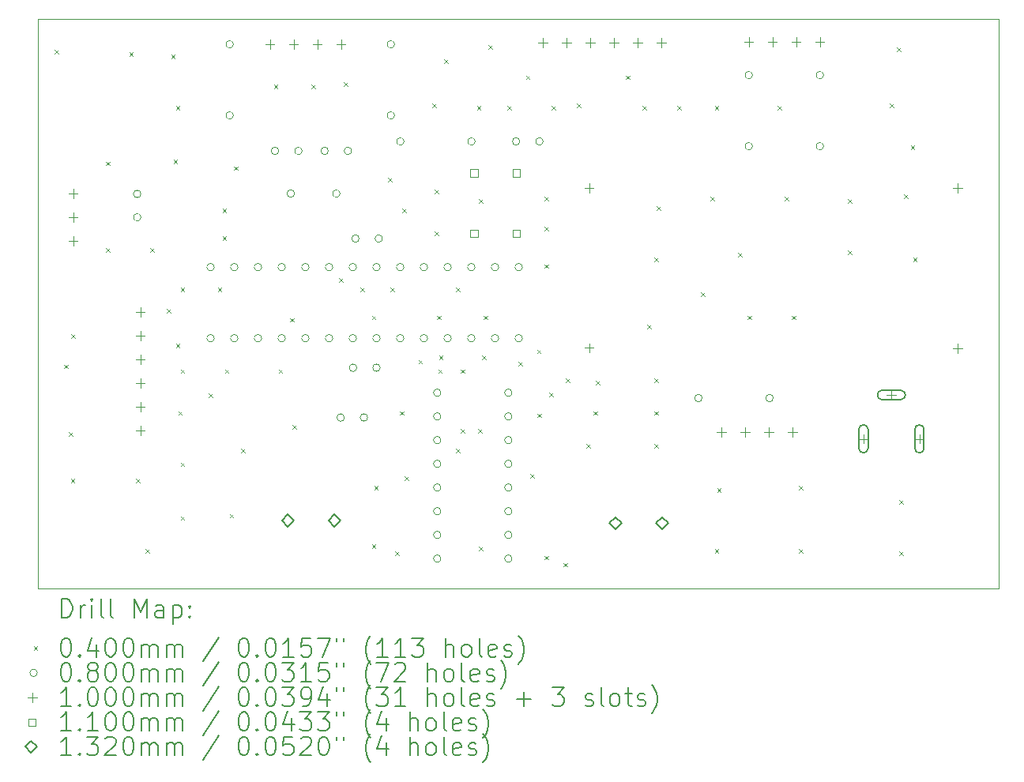
<source format=gbr>
%TF.GenerationSoftware,KiCad,Pcbnew,7.0.6-7.0.6~ubuntu22.04.1*%
%TF.CreationDate,2023-07-29T13:02:37+05:30*%
%TF.ProjectId,SDC_Schematic,5344435f-5363-4686-956d-617469632e6b,rev?*%
%TF.SameCoordinates,Original*%
%TF.FileFunction,Drillmap*%
%TF.FilePolarity,Positive*%
%FSLAX45Y45*%
G04 Gerber Fmt 4.5, Leading zero omitted, Abs format (unit mm)*
G04 Created by KiCad (PCBNEW 7.0.6-7.0.6~ubuntu22.04.1) date 2023-07-29 13:02:37*
%MOMM*%
%LPD*%
G01*
G04 APERTURE LIST*
%ADD10C,0.100000*%
%ADD11C,0.200000*%
%ADD12C,0.040000*%
%ADD13C,0.080000*%
%ADD14C,0.110000*%
%ADD15C,0.132000*%
G04 APERTURE END LIST*
D10*
X9400000Y-4225100D02*
X19700000Y-4225100D01*
X19700000Y-10325100D01*
X9400000Y-10325100D01*
X9400000Y-4225100D01*
D11*
D12*
X9580000Y-4555000D02*
X9620000Y-4595000D01*
X9620000Y-4555000D02*
X9580000Y-4595000D01*
X9680000Y-7930000D02*
X9720000Y-7970000D01*
X9720000Y-7930000D02*
X9680000Y-7970000D01*
X9730000Y-8655000D02*
X9770000Y-8695000D01*
X9770000Y-8655000D02*
X9730000Y-8695000D01*
X9755000Y-9155000D02*
X9795000Y-9195000D01*
X9795000Y-9155000D02*
X9755000Y-9195000D01*
X9759000Y-7601000D02*
X9799000Y-7641000D01*
X9799000Y-7601000D02*
X9759000Y-7641000D01*
X10130000Y-5755000D02*
X10170000Y-5795000D01*
X10170000Y-5755000D02*
X10130000Y-5795000D01*
X10130000Y-6680000D02*
X10170000Y-6720000D01*
X10170000Y-6680000D02*
X10130000Y-6720000D01*
X10380000Y-4580000D02*
X10420000Y-4620000D01*
X10420000Y-4580000D02*
X10380000Y-4620000D01*
X10455000Y-9155000D02*
X10495000Y-9195000D01*
X10495000Y-9155000D02*
X10455000Y-9195000D01*
X10555000Y-9905000D02*
X10595000Y-9945000D01*
X10595000Y-9905000D02*
X10555000Y-9945000D01*
X10605000Y-6680000D02*
X10645000Y-6720000D01*
X10645000Y-6680000D02*
X10605000Y-6720000D01*
X10780000Y-7330000D02*
X10820000Y-7370000D01*
X10820000Y-7330000D02*
X10780000Y-7370000D01*
X10830000Y-4605000D02*
X10870000Y-4645000D01*
X10870000Y-4605000D02*
X10830000Y-4645000D01*
X10855000Y-5730000D02*
X10895000Y-5770000D01*
X10895000Y-5730000D02*
X10855000Y-5770000D01*
X10880000Y-5155000D02*
X10920000Y-5195000D01*
X10920000Y-5155000D02*
X10880000Y-5195000D01*
X10880000Y-7705000D02*
X10920000Y-7745000D01*
X10920000Y-7705000D02*
X10880000Y-7745000D01*
X10905000Y-8430000D02*
X10945000Y-8470000D01*
X10945000Y-8430000D02*
X10905000Y-8470000D01*
X10930000Y-7105000D02*
X10970000Y-7145000D01*
X10970000Y-7105000D02*
X10930000Y-7145000D01*
X10930000Y-7980000D02*
X10970000Y-8020000D01*
X10970000Y-7980000D02*
X10930000Y-8020000D01*
X10930000Y-8980000D02*
X10970000Y-9020000D01*
X10970000Y-8980000D02*
X10930000Y-9020000D01*
X10930000Y-9555000D02*
X10970000Y-9595000D01*
X10970000Y-9555000D02*
X10930000Y-9595000D01*
X11230000Y-8240000D02*
X11270000Y-8280000D01*
X11270000Y-8240000D02*
X11230000Y-8280000D01*
X11330000Y-7105000D02*
X11370000Y-7145000D01*
X11370000Y-7105000D02*
X11330000Y-7145000D01*
X11380000Y-6255000D02*
X11420000Y-6295000D01*
X11420000Y-6255000D02*
X11380000Y-6295000D01*
X11380000Y-6555000D02*
X11420000Y-6595000D01*
X11420000Y-6555000D02*
X11380000Y-6595000D01*
X11405000Y-7980000D02*
X11445000Y-8020000D01*
X11445000Y-7980000D02*
X11405000Y-8020000D01*
X11455000Y-9530000D02*
X11495000Y-9570000D01*
X11495000Y-9530000D02*
X11455000Y-9570000D01*
X11505000Y-5805000D02*
X11545000Y-5845000D01*
X11545000Y-5805000D02*
X11505000Y-5845000D01*
X11580000Y-8830000D02*
X11620000Y-8870000D01*
X11620000Y-8830000D02*
X11580000Y-8870000D01*
X11930000Y-4930000D02*
X11970000Y-4970000D01*
X11970000Y-4930000D02*
X11930000Y-4970000D01*
X11980000Y-7980000D02*
X12020000Y-8020000D01*
X12020000Y-7980000D02*
X11980000Y-8020000D01*
X12105000Y-7430000D02*
X12145000Y-7470000D01*
X12145000Y-7430000D02*
X12105000Y-7470000D01*
X12130000Y-8580000D02*
X12170000Y-8620000D01*
X12170000Y-8580000D02*
X12130000Y-8620000D01*
X12330000Y-4930000D02*
X12370000Y-4970000D01*
X12370000Y-4930000D02*
X12330000Y-4970000D01*
X12630000Y-7005000D02*
X12670000Y-7045000D01*
X12670000Y-7005000D02*
X12630000Y-7045000D01*
X12680000Y-4905000D02*
X12720000Y-4945000D01*
X12720000Y-4905000D02*
X12680000Y-4945000D01*
X12855000Y-7105000D02*
X12895000Y-7145000D01*
X12895000Y-7105000D02*
X12855000Y-7145000D01*
X12980000Y-7405000D02*
X13020000Y-7445000D01*
X13020000Y-7405000D02*
X12980000Y-7445000D01*
X12980000Y-9855000D02*
X13020000Y-9895000D01*
X13020000Y-9855000D02*
X12980000Y-9895000D01*
X13005000Y-9230000D02*
X13045000Y-9270000D01*
X13045000Y-9230000D02*
X13005000Y-9270000D01*
X13155000Y-5930000D02*
X13195000Y-5970000D01*
X13195000Y-5930000D02*
X13155000Y-5970000D01*
X13180000Y-7105000D02*
X13220000Y-7145000D01*
X13220000Y-7105000D02*
X13180000Y-7145000D01*
X13230000Y-9930000D02*
X13270000Y-9970000D01*
X13270000Y-9930000D02*
X13230000Y-9970000D01*
X13280000Y-8430000D02*
X13320000Y-8470000D01*
X13320000Y-8430000D02*
X13280000Y-8470000D01*
X13305000Y-6255000D02*
X13345000Y-6295000D01*
X13345000Y-6255000D02*
X13305000Y-6295000D01*
X13330000Y-9130000D02*
X13370000Y-9170000D01*
X13370000Y-9130000D02*
X13330000Y-9170000D01*
X13480000Y-7880000D02*
X13520000Y-7920000D01*
X13520000Y-7880000D02*
X13480000Y-7920000D01*
X13630000Y-5130000D02*
X13670000Y-5170000D01*
X13670000Y-5130000D02*
X13630000Y-5170000D01*
X13655000Y-6055000D02*
X13695000Y-6095000D01*
X13695000Y-6055000D02*
X13655000Y-6095000D01*
X13655000Y-6505000D02*
X13695000Y-6545000D01*
X13695000Y-6505000D02*
X13655000Y-6545000D01*
X13680000Y-7405000D02*
X13720000Y-7445000D01*
X13720000Y-7405000D02*
X13680000Y-7445000D01*
X13690000Y-7980000D02*
X13730000Y-8020000D01*
X13730000Y-7980000D02*
X13690000Y-8020000D01*
X13700000Y-7830000D02*
X13740000Y-7870000D01*
X13740000Y-7830000D02*
X13700000Y-7870000D01*
X13755000Y-4655000D02*
X13795000Y-4695000D01*
X13795000Y-4655000D02*
X13755000Y-4695000D01*
X13880000Y-7105000D02*
X13920000Y-7145000D01*
X13920000Y-7105000D02*
X13880000Y-7145000D01*
X13880000Y-8830000D02*
X13920000Y-8870000D01*
X13920000Y-8830000D02*
X13880000Y-8870000D01*
X13930000Y-7980000D02*
X13970000Y-8020000D01*
X13970000Y-7980000D02*
X13930000Y-8020000D01*
X13930000Y-8620000D02*
X13970000Y-8660000D01*
X13970000Y-8620000D02*
X13930000Y-8660000D01*
X14105000Y-5155000D02*
X14145000Y-5195000D01*
X14145000Y-5155000D02*
X14105000Y-5195000D01*
X14120000Y-8620000D02*
X14160000Y-8660000D01*
X14160000Y-8620000D02*
X14120000Y-8660000D01*
X14130000Y-6155000D02*
X14170000Y-6195000D01*
X14170000Y-6155000D02*
X14130000Y-6195000D01*
X14130000Y-9880000D02*
X14170000Y-9920000D01*
X14170000Y-9880000D02*
X14130000Y-9920000D01*
X14160000Y-7830000D02*
X14200000Y-7870000D01*
X14200000Y-7830000D02*
X14160000Y-7870000D01*
X14180000Y-7405000D02*
X14220000Y-7445000D01*
X14220000Y-7405000D02*
X14180000Y-7445000D01*
X14230000Y-4505000D02*
X14270000Y-4545000D01*
X14270000Y-4505000D02*
X14230000Y-4545000D01*
X14430000Y-5155000D02*
X14470000Y-5195000D01*
X14470000Y-5155000D02*
X14430000Y-5195000D01*
X14551400Y-7898600D02*
X14591400Y-7938600D01*
X14591400Y-7898600D02*
X14551400Y-7938600D01*
X14630000Y-4830000D02*
X14670000Y-4870000D01*
X14670000Y-4830000D02*
X14630000Y-4870000D01*
X14680000Y-9105000D02*
X14720000Y-9145000D01*
X14720000Y-9105000D02*
X14680000Y-9145000D01*
X14750000Y-7770000D02*
X14790000Y-7810000D01*
X14790000Y-7770000D02*
X14750000Y-7810000D01*
X14755000Y-8455000D02*
X14795000Y-8495000D01*
X14795000Y-8455000D02*
X14755000Y-8495000D01*
X14830000Y-6130000D02*
X14870000Y-6170000D01*
X14870000Y-6130000D02*
X14830000Y-6170000D01*
X14830000Y-6455000D02*
X14870000Y-6495000D01*
X14870000Y-6455000D02*
X14830000Y-6495000D01*
X14830000Y-6855000D02*
X14870000Y-6895000D01*
X14870000Y-6855000D02*
X14830000Y-6895000D01*
X14830000Y-9980000D02*
X14870000Y-10020000D01*
X14870000Y-9980000D02*
X14830000Y-10020000D01*
X14880000Y-8230000D02*
X14920000Y-8270000D01*
X14920000Y-8230000D02*
X14880000Y-8270000D01*
X14905000Y-5155000D02*
X14945000Y-5195000D01*
X14945000Y-5155000D02*
X14905000Y-5195000D01*
X15030000Y-10055000D02*
X15070000Y-10095000D01*
X15070000Y-10055000D02*
X15030000Y-10095000D01*
X15060000Y-8080000D02*
X15100000Y-8120000D01*
X15100000Y-8080000D02*
X15060000Y-8120000D01*
X15180000Y-5130000D02*
X15220000Y-5170000D01*
X15220000Y-5130000D02*
X15180000Y-5170000D01*
X15280000Y-8780000D02*
X15320000Y-8820000D01*
X15320000Y-8780000D02*
X15280000Y-8820000D01*
X15355000Y-8430000D02*
X15395000Y-8470000D01*
X15395000Y-8430000D02*
X15355000Y-8470000D01*
X15380000Y-8105000D02*
X15420000Y-8145000D01*
X15420000Y-8105000D02*
X15380000Y-8145000D01*
X15700000Y-4830000D02*
X15740000Y-4870000D01*
X15740000Y-4830000D02*
X15700000Y-4870000D01*
X15880000Y-5155000D02*
X15920000Y-5195000D01*
X15920000Y-5155000D02*
X15880000Y-5195000D01*
X15930000Y-7505000D02*
X15970000Y-7545000D01*
X15970000Y-7505000D02*
X15930000Y-7545000D01*
X16005000Y-6780000D02*
X16045000Y-6820000D01*
X16045000Y-6780000D02*
X16005000Y-6820000D01*
X16005000Y-8080000D02*
X16045000Y-8120000D01*
X16045000Y-8080000D02*
X16005000Y-8120000D01*
X16005000Y-8430000D02*
X16045000Y-8470000D01*
X16045000Y-8430000D02*
X16005000Y-8470000D01*
X16005000Y-8780000D02*
X16045000Y-8820000D01*
X16045000Y-8780000D02*
X16005000Y-8820000D01*
X16030000Y-6230000D02*
X16070000Y-6270000D01*
X16070000Y-6230000D02*
X16030000Y-6270000D01*
X16255000Y-5155000D02*
X16295000Y-5195000D01*
X16295000Y-5155000D02*
X16255000Y-5195000D01*
X16505000Y-7155000D02*
X16545000Y-7195000D01*
X16545000Y-7155000D02*
X16505000Y-7195000D01*
X16605000Y-6130000D02*
X16645000Y-6170000D01*
X16645000Y-6130000D02*
X16605000Y-6170000D01*
X16655000Y-5155000D02*
X16695000Y-5195000D01*
X16695000Y-5155000D02*
X16655000Y-5195000D01*
X16655000Y-9905000D02*
X16695000Y-9945000D01*
X16695000Y-9905000D02*
X16655000Y-9945000D01*
X16680000Y-9255000D02*
X16720000Y-9295000D01*
X16720000Y-9255000D02*
X16680000Y-9295000D01*
X16905000Y-6730000D02*
X16945000Y-6770000D01*
X16945000Y-6730000D02*
X16905000Y-6770000D01*
X17005000Y-7405000D02*
X17045000Y-7445000D01*
X17045000Y-7405000D02*
X17005000Y-7445000D01*
X17330000Y-5155000D02*
X17370000Y-5195000D01*
X17370000Y-5155000D02*
X17330000Y-5195000D01*
X17405000Y-6130000D02*
X17445000Y-6170000D01*
X17445000Y-6130000D02*
X17405000Y-6170000D01*
X17480000Y-7405000D02*
X17520000Y-7445000D01*
X17520000Y-7405000D02*
X17480000Y-7445000D01*
X17555000Y-9230000D02*
X17595000Y-9270000D01*
X17595000Y-9230000D02*
X17555000Y-9270000D01*
X17555000Y-9905000D02*
X17595000Y-9945000D01*
X17595000Y-9905000D02*
X17555000Y-9945000D01*
X18080000Y-6155000D02*
X18120000Y-6195000D01*
X18120000Y-6155000D02*
X18080000Y-6195000D01*
X18080000Y-6705000D02*
X18120000Y-6745000D01*
X18120000Y-6705000D02*
X18080000Y-6745000D01*
X18530000Y-5130000D02*
X18570000Y-5170000D01*
X18570000Y-5130000D02*
X18530000Y-5170000D01*
X18605000Y-4530000D02*
X18645000Y-4570000D01*
X18645000Y-4530000D02*
X18605000Y-4570000D01*
X18630000Y-9380000D02*
X18670000Y-9420000D01*
X18670000Y-9380000D02*
X18630000Y-9420000D01*
X18630000Y-9930000D02*
X18670000Y-9970000D01*
X18670000Y-9930000D02*
X18630000Y-9970000D01*
X18680000Y-6105000D02*
X18720000Y-6145000D01*
X18720000Y-6105000D02*
X18680000Y-6145000D01*
X18755000Y-5580000D02*
X18795000Y-5620000D01*
X18795000Y-5580000D02*
X18755000Y-5620000D01*
X18780000Y-6780000D02*
X18820000Y-6820000D01*
X18820000Y-6780000D02*
X18780000Y-6820000D01*
D13*
X10504800Y-6100000D02*
G75*
G03*
X10504800Y-6100000I-40000J0D01*
G01*
X10504800Y-6350000D02*
G75*
G03*
X10504800Y-6350000I-40000J0D01*
G01*
X11291200Y-6884400D02*
G75*
G03*
X11291200Y-6884400I-40000J0D01*
G01*
X11291200Y-7646400D02*
G75*
G03*
X11291200Y-7646400I-40000J0D01*
G01*
X11495400Y-4495800D02*
G75*
G03*
X11495400Y-4495800I-40000J0D01*
G01*
X11495400Y-5257800D02*
G75*
G03*
X11495400Y-5257800I-40000J0D01*
G01*
X11545200Y-6884400D02*
G75*
G03*
X11545200Y-6884400I-40000J0D01*
G01*
X11545200Y-7646400D02*
G75*
G03*
X11545200Y-7646400I-40000J0D01*
G01*
X11799200Y-6884400D02*
G75*
G03*
X11799200Y-6884400I-40000J0D01*
G01*
X11799200Y-7646400D02*
G75*
G03*
X11799200Y-7646400I-40000J0D01*
G01*
X11982000Y-5638800D02*
G75*
G03*
X11982000Y-5638800I-40000J0D01*
G01*
X12053200Y-6884400D02*
G75*
G03*
X12053200Y-6884400I-40000J0D01*
G01*
X12053200Y-7646400D02*
G75*
G03*
X12053200Y-7646400I-40000J0D01*
G01*
X12150400Y-6096000D02*
G75*
G03*
X12150400Y-6096000I-40000J0D01*
G01*
X12232000Y-5638800D02*
G75*
G03*
X12232000Y-5638800I-40000J0D01*
G01*
X12307200Y-6884400D02*
G75*
G03*
X12307200Y-6884400I-40000J0D01*
G01*
X12307200Y-7646400D02*
G75*
G03*
X12307200Y-7646400I-40000J0D01*
G01*
X12513400Y-5638800D02*
G75*
G03*
X12513400Y-5638800I-40000J0D01*
G01*
X12561200Y-6884400D02*
G75*
G03*
X12561200Y-6884400I-40000J0D01*
G01*
X12561200Y-7646400D02*
G75*
G03*
X12561200Y-7646400I-40000J0D01*
G01*
X12638400Y-6096000D02*
G75*
G03*
X12638400Y-6096000I-40000J0D01*
G01*
X12685262Y-8496300D02*
G75*
G03*
X12685262Y-8496300I-40000J0D01*
G01*
X12763400Y-5638800D02*
G75*
G03*
X12763400Y-5638800I-40000J0D01*
G01*
X12815200Y-6884400D02*
G75*
G03*
X12815200Y-6884400I-40000J0D01*
G01*
X12815200Y-7646400D02*
G75*
G03*
X12815200Y-7646400I-40000J0D01*
G01*
X12818200Y-7962900D02*
G75*
G03*
X12818200Y-7962900I-40000J0D01*
G01*
X12843600Y-6578600D02*
G75*
G03*
X12843600Y-6578600I-40000J0D01*
G01*
X12935262Y-8496300D02*
G75*
G03*
X12935262Y-8496300I-40000J0D01*
G01*
X13068200Y-7962900D02*
G75*
G03*
X13068200Y-7962900I-40000J0D01*
G01*
X13069200Y-6884400D02*
G75*
G03*
X13069200Y-6884400I-40000J0D01*
G01*
X13069200Y-7646400D02*
G75*
G03*
X13069200Y-7646400I-40000J0D01*
G01*
X13093600Y-6578600D02*
G75*
G03*
X13093600Y-6578600I-40000J0D01*
G01*
X13222600Y-4495800D02*
G75*
G03*
X13222600Y-4495800I-40000J0D01*
G01*
X13222600Y-5257800D02*
G75*
G03*
X13222600Y-5257800I-40000J0D01*
G01*
X13323200Y-6884400D02*
G75*
G03*
X13323200Y-6884400I-40000J0D01*
G01*
X13323200Y-7646400D02*
G75*
G03*
X13323200Y-7646400I-40000J0D01*
G01*
X13324200Y-5537200D02*
G75*
G03*
X13324200Y-5537200I-40000J0D01*
G01*
X13577200Y-6884400D02*
G75*
G03*
X13577200Y-6884400I-40000J0D01*
G01*
X13577200Y-7646400D02*
G75*
G03*
X13577200Y-7646400I-40000J0D01*
G01*
X13720000Y-8230000D02*
G75*
G03*
X13720000Y-8230000I-40000J0D01*
G01*
X13720000Y-8484000D02*
G75*
G03*
X13720000Y-8484000I-40000J0D01*
G01*
X13720000Y-8738000D02*
G75*
G03*
X13720000Y-8738000I-40000J0D01*
G01*
X13720000Y-8992000D02*
G75*
G03*
X13720000Y-8992000I-40000J0D01*
G01*
X13720000Y-9246000D02*
G75*
G03*
X13720000Y-9246000I-40000J0D01*
G01*
X13720000Y-9500000D02*
G75*
G03*
X13720000Y-9500000I-40000J0D01*
G01*
X13720000Y-9754000D02*
G75*
G03*
X13720000Y-9754000I-40000J0D01*
G01*
X13720000Y-10008000D02*
G75*
G03*
X13720000Y-10008000I-40000J0D01*
G01*
X13831200Y-6884400D02*
G75*
G03*
X13831200Y-6884400I-40000J0D01*
G01*
X13831200Y-7646400D02*
G75*
G03*
X13831200Y-7646400I-40000J0D01*
G01*
X14085200Y-6884400D02*
G75*
G03*
X14085200Y-6884400I-40000J0D01*
G01*
X14085200Y-7646400D02*
G75*
G03*
X14085200Y-7646400I-40000J0D01*
G01*
X14086200Y-5537200D02*
G75*
G03*
X14086200Y-5537200I-40000J0D01*
G01*
X14339200Y-6884400D02*
G75*
G03*
X14339200Y-6884400I-40000J0D01*
G01*
X14339200Y-7646400D02*
G75*
G03*
X14339200Y-7646400I-40000J0D01*
G01*
X14482000Y-8230000D02*
G75*
G03*
X14482000Y-8230000I-40000J0D01*
G01*
X14482000Y-8484000D02*
G75*
G03*
X14482000Y-8484000I-40000J0D01*
G01*
X14482000Y-8738000D02*
G75*
G03*
X14482000Y-8738000I-40000J0D01*
G01*
X14482000Y-8992000D02*
G75*
G03*
X14482000Y-8992000I-40000J0D01*
G01*
X14482000Y-9246000D02*
G75*
G03*
X14482000Y-9246000I-40000J0D01*
G01*
X14482000Y-9500000D02*
G75*
G03*
X14482000Y-9500000I-40000J0D01*
G01*
X14482000Y-9754000D02*
G75*
G03*
X14482000Y-9754000I-40000J0D01*
G01*
X14482000Y-10008000D02*
G75*
G03*
X14482000Y-10008000I-40000J0D01*
G01*
X14565000Y-5537200D02*
G75*
G03*
X14565000Y-5537200I-40000J0D01*
G01*
X14593200Y-6884400D02*
G75*
G03*
X14593200Y-6884400I-40000J0D01*
G01*
X14593200Y-7646400D02*
G75*
G03*
X14593200Y-7646400I-40000J0D01*
G01*
X14815000Y-5537200D02*
G75*
G03*
X14815000Y-5537200I-40000J0D01*
G01*
X16519000Y-8287500D02*
G75*
G03*
X16519000Y-8287500I-40000J0D01*
G01*
X17058000Y-4826000D02*
G75*
G03*
X17058000Y-4826000I-40000J0D01*
G01*
X17058000Y-5588000D02*
G75*
G03*
X17058000Y-5588000I-40000J0D01*
G01*
X17281000Y-8287500D02*
G75*
G03*
X17281000Y-8287500I-40000J0D01*
G01*
X17820000Y-4826000D02*
G75*
G03*
X17820000Y-4826000I-40000J0D01*
G01*
X17820000Y-5588000D02*
G75*
G03*
X17820000Y-5588000I-40000J0D01*
G01*
D10*
X9779000Y-6046000D02*
X9779000Y-6146000D01*
X9729000Y-6096000D02*
X9829000Y-6096000D01*
X9779000Y-6300000D02*
X9779000Y-6400000D01*
X9729000Y-6350000D02*
X9829000Y-6350000D01*
X9779000Y-6554000D02*
X9779000Y-6654000D01*
X9729000Y-6604000D02*
X9829000Y-6604000D01*
X10498400Y-7318500D02*
X10498400Y-7418500D01*
X10448400Y-7368500D02*
X10548400Y-7368500D01*
X10498400Y-7572500D02*
X10498400Y-7672500D01*
X10448400Y-7622500D02*
X10548400Y-7622500D01*
X10498400Y-7826500D02*
X10498400Y-7926500D01*
X10448400Y-7876500D02*
X10548400Y-7876500D01*
X10498400Y-8080500D02*
X10498400Y-8180500D01*
X10448400Y-8130500D02*
X10548400Y-8130500D01*
X10498400Y-8334500D02*
X10498400Y-8434500D01*
X10448400Y-8384500D02*
X10548400Y-8384500D01*
X10498400Y-8588500D02*
X10498400Y-8688500D01*
X10448400Y-8638500D02*
X10548400Y-8638500D01*
X11887200Y-4445800D02*
X11887200Y-4545800D01*
X11837200Y-4495800D02*
X11937200Y-4495800D01*
X12141200Y-4445800D02*
X12141200Y-4545800D01*
X12091200Y-4495800D02*
X12191200Y-4495800D01*
X12395200Y-4445800D02*
X12395200Y-4545800D01*
X12345200Y-4495800D02*
X12445200Y-4495800D01*
X12649200Y-4445800D02*
X12649200Y-4545800D01*
X12599200Y-4495800D02*
X12699200Y-4495800D01*
X14814000Y-4430000D02*
X14814000Y-4530000D01*
X14764000Y-4480000D02*
X14864000Y-4480000D01*
X15068000Y-4430000D02*
X15068000Y-4530000D01*
X15018000Y-4480000D02*
X15118000Y-4480000D01*
X15307170Y-5986170D02*
X15307170Y-6086170D01*
X15257170Y-6036170D02*
X15357170Y-6036170D01*
X15307170Y-7700670D02*
X15307170Y-7800670D01*
X15257170Y-7750670D02*
X15357170Y-7750670D01*
X15322000Y-4430000D02*
X15322000Y-4530000D01*
X15272000Y-4480000D02*
X15372000Y-4480000D01*
X15576000Y-4430000D02*
X15576000Y-4530000D01*
X15526000Y-4480000D02*
X15626000Y-4480000D01*
X15830000Y-4430000D02*
X15830000Y-4530000D01*
X15780000Y-4480000D02*
X15880000Y-4480000D01*
X16084000Y-4430000D02*
X16084000Y-4530000D01*
X16034000Y-4480000D02*
X16134000Y-4480000D01*
X16728000Y-8600000D02*
X16728000Y-8700000D01*
X16678000Y-8650000D02*
X16778000Y-8650000D01*
X16982000Y-8600000D02*
X16982000Y-8700000D01*
X16932000Y-8650000D02*
X17032000Y-8650000D01*
X17018000Y-4420400D02*
X17018000Y-4520400D01*
X16968000Y-4470400D02*
X17068000Y-4470400D01*
X17236000Y-8600000D02*
X17236000Y-8700000D01*
X17186000Y-8650000D02*
X17286000Y-8650000D01*
X17272000Y-4420400D02*
X17272000Y-4520400D01*
X17222000Y-4470400D02*
X17322000Y-4470400D01*
X17490000Y-8600000D02*
X17490000Y-8700000D01*
X17440000Y-8650000D02*
X17540000Y-8650000D01*
X17526000Y-4420400D02*
X17526000Y-4520400D01*
X17476000Y-4470400D02*
X17576000Y-4470400D01*
X17780000Y-4420400D02*
X17780000Y-4520400D01*
X17730000Y-4470400D02*
X17830000Y-4470400D01*
X18246800Y-8674900D02*
X18246800Y-8774900D01*
X18196800Y-8724900D02*
X18296800Y-8724900D01*
D11*
X18296800Y-8824900D02*
X18296800Y-8624900D01*
X18296800Y-8624900D02*
G75*
G03*
X18196800Y-8624900I-50000J0D01*
G01*
X18196800Y-8624900D02*
X18196800Y-8824900D01*
X18196800Y-8824900D02*
G75*
G03*
X18296800Y-8824900I50000J0D01*
G01*
D10*
X18546800Y-8204900D02*
X18546800Y-8304900D01*
X18496800Y-8254900D02*
X18596800Y-8254900D01*
D11*
X18646800Y-8204900D02*
X18446800Y-8204900D01*
X18446800Y-8204900D02*
G75*
G03*
X18446800Y-8304900I0J-50000D01*
G01*
X18446800Y-8304900D02*
X18646800Y-8304900D01*
X18646800Y-8304900D02*
G75*
G03*
X18646800Y-8204900I0J50000D01*
G01*
D10*
X18846800Y-8674900D02*
X18846800Y-8774900D01*
X18796800Y-8724900D02*
X18896800Y-8724900D01*
D11*
X18896800Y-8824900D02*
X18896800Y-8624900D01*
X18896800Y-8624900D02*
G75*
G03*
X18796800Y-8624900I-50000J0D01*
G01*
X18796800Y-8624900D02*
X18796800Y-8824900D01*
X18796800Y-8824900D02*
G75*
G03*
X18896800Y-8824900I50000J0D01*
G01*
D10*
X19254330Y-5986170D02*
X19254330Y-6086170D01*
X19204330Y-6036170D02*
X19304330Y-6036170D01*
X19254330Y-7703210D02*
X19254330Y-7803210D01*
X19204330Y-7753210D02*
X19304330Y-7753210D01*
D14*
X14113891Y-5913891D02*
X14113891Y-5836109D01*
X14036109Y-5836109D01*
X14036109Y-5913891D01*
X14113891Y-5913891D01*
X14113891Y-6563891D02*
X14113891Y-6486109D01*
X14036109Y-6486109D01*
X14036109Y-6563891D01*
X14113891Y-6563891D01*
X14563891Y-5913891D02*
X14563891Y-5836109D01*
X14486109Y-5836109D01*
X14486109Y-5913891D01*
X14563891Y-5913891D01*
X14563891Y-6563891D02*
X14563891Y-6486109D01*
X14486109Y-6486109D01*
X14486109Y-6563891D01*
X14563891Y-6563891D01*
D15*
X12080000Y-9666000D02*
X12146000Y-9600000D01*
X12080000Y-9534000D01*
X12014000Y-9600000D01*
X12080000Y-9666000D01*
X12580000Y-9666000D02*
X12646000Y-9600000D01*
X12580000Y-9534000D01*
X12514000Y-9600000D01*
X12580000Y-9666000D01*
X15590000Y-9696000D02*
X15656000Y-9630000D01*
X15590000Y-9564000D01*
X15524000Y-9630000D01*
X15590000Y-9696000D01*
X16090000Y-9696000D02*
X16156000Y-9630000D01*
X16090000Y-9564000D01*
X16024000Y-9630000D01*
X16090000Y-9696000D01*
D11*
X9655777Y-10641584D02*
X9655777Y-10441584D01*
X9655777Y-10441584D02*
X9703396Y-10441584D01*
X9703396Y-10441584D02*
X9731967Y-10451108D01*
X9731967Y-10451108D02*
X9751015Y-10470155D01*
X9751015Y-10470155D02*
X9760539Y-10489203D01*
X9760539Y-10489203D02*
X9770063Y-10527298D01*
X9770063Y-10527298D02*
X9770063Y-10555870D01*
X9770063Y-10555870D02*
X9760539Y-10593965D01*
X9760539Y-10593965D02*
X9751015Y-10613012D01*
X9751015Y-10613012D02*
X9731967Y-10632060D01*
X9731967Y-10632060D02*
X9703396Y-10641584D01*
X9703396Y-10641584D02*
X9655777Y-10641584D01*
X9855777Y-10641584D02*
X9855777Y-10508250D01*
X9855777Y-10546346D02*
X9865301Y-10527298D01*
X9865301Y-10527298D02*
X9874824Y-10517774D01*
X9874824Y-10517774D02*
X9893872Y-10508250D01*
X9893872Y-10508250D02*
X9912920Y-10508250D01*
X9979586Y-10641584D02*
X9979586Y-10508250D01*
X9979586Y-10441584D02*
X9970063Y-10451108D01*
X9970063Y-10451108D02*
X9979586Y-10460631D01*
X9979586Y-10460631D02*
X9989110Y-10451108D01*
X9989110Y-10451108D02*
X9979586Y-10441584D01*
X9979586Y-10441584D02*
X9979586Y-10460631D01*
X10103396Y-10641584D02*
X10084348Y-10632060D01*
X10084348Y-10632060D02*
X10074824Y-10613012D01*
X10074824Y-10613012D02*
X10074824Y-10441584D01*
X10208158Y-10641584D02*
X10189110Y-10632060D01*
X10189110Y-10632060D02*
X10179586Y-10613012D01*
X10179586Y-10613012D02*
X10179586Y-10441584D01*
X10436729Y-10641584D02*
X10436729Y-10441584D01*
X10436729Y-10441584D02*
X10503396Y-10584441D01*
X10503396Y-10584441D02*
X10570063Y-10441584D01*
X10570063Y-10441584D02*
X10570063Y-10641584D01*
X10751015Y-10641584D02*
X10751015Y-10536822D01*
X10751015Y-10536822D02*
X10741491Y-10517774D01*
X10741491Y-10517774D02*
X10722444Y-10508250D01*
X10722444Y-10508250D02*
X10684348Y-10508250D01*
X10684348Y-10508250D02*
X10665301Y-10517774D01*
X10751015Y-10632060D02*
X10731967Y-10641584D01*
X10731967Y-10641584D02*
X10684348Y-10641584D01*
X10684348Y-10641584D02*
X10665301Y-10632060D01*
X10665301Y-10632060D02*
X10655777Y-10613012D01*
X10655777Y-10613012D02*
X10655777Y-10593965D01*
X10655777Y-10593965D02*
X10665301Y-10574917D01*
X10665301Y-10574917D02*
X10684348Y-10565393D01*
X10684348Y-10565393D02*
X10731967Y-10565393D01*
X10731967Y-10565393D02*
X10751015Y-10555870D01*
X10846253Y-10508250D02*
X10846253Y-10708250D01*
X10846253Y-10517774D02*
X10865301Y-10508250D01*
X10865301Y-10508250D02*
X10903396Y-10508250D01*
X10903396Y-10508250D02*
X10922444Y-10517774D01*
X10922444Y-10517774D02*
X10931967Y-10527298D01*
X10931967Y-10527298D02*
X10941491Y-10546346D01*
X10941491Y-10546346D02*
X10941491Y-10603489D01*
X10941491Y-10603489D02*
X10931967Y-10622536D01*
X10931967Y-10622536D02*
X10922444Y-10632060D01*
X10922444Y-10632060D02*
X10903396Y-10641584D01*
X10903396Y-10641584D02*
X10865301Y-10641584D01*
X10865301Y-10641584D02*
X10846253Y-10632060D01*
X11027205Y-10622536D02*
X11036729Y-10632060D01*
X11036729Y-10632060D02*
X11027205Y-10641584D01*
X11027205Y-10641584D02*
X11017682Y-10632060D01*
X11017682Y-10632060D02*
X11027205Y-10622536D01*
X11027205Y-10622536D02*
X11027205Y-10641584D01*
X11027205Y-10517774D02*
X11036729Y-10527298D01*
X11036729Y-10527298D02*
X11027205Y-10536822D01*
X11027205Y-10536822D02*
X11017682Y-10527298D01*
X11017682Y-10527298D02*
X11027205Y-10517774D01*
X11027205Y-10517774D02*
X11027205Y-10536822D01*
D12*
X9355000Y-10950100D02*
X9395000Y-10990100D01*
X9395000Y-10950100D02*
X9355000Y-10990100D01*
D11*
X9693872Y-10861584D02*
X9712920Y-10861584D01*
X9712920Y-10861584D02*
X9731967Y-10871108D01*
X9731967Y-10871108D02*
X9741491Y-10880631D01*
X9741491Y-10880631D02*
X9751015Y-10899679D01*
X9751015Y-10899679D02*
X9760539Y-10937774D01*
X9760539Y-10937774D02*
X9760539Y-10985393D01*
X9760539Y-10985393D02*
X9751015Y-11023489D01*
X9751015Y-11023489D02*
X9741491Y-11042536D01*
X9741491Y-11042536D02*
X9731967Y-11052060D01*
X9731967Y-11052060D02*
X9712920Y-11061584D01*
X9712920Y-11061584D02*
X9693872Y-11061584D01*
X9693872Y-11061584D02*
X9674824Y-11052060D01*
X9674824Y-11052060D02*
X9665301Y-11042536D01*
X9665301Y-11042536D02*
X9655777Y-11023489D01*
X9655777Y-11023489D02*
X9646253Y-10985393D01*
X9646253Y-10985393D02*
X9646253Y-10937774D01*
X9646253Y-10937774D02*
X9655777Y-10899679D01*
X9655777Y-10899679D02*
X9665301Y-10880631D01*
X9665301Y-10880631D02*
X9674824Y-10871108D01*
X9674824Y-10871108D02*
X9693872Y-10861584D01*
X9846253Y-11042536D02*
X9855777Y-11052060D01*
X9855777Y-11052060D02*
X9846253Y-11061584D01*
X9846253Y-11061584D02*
X9836729Y-11052060D01*
X9836729Y-11052060D02*
X9846253Y-11042536D01*
X9846253Y-11042536D02*
X9846253Y-11061584D01*
X10027205Y-10928250D02*
X10027205Y-11061584D01*
X9979586Y-10852060D02*
X9931967Y-10994917D01*
X9931967Y-10994917D02*
X10055777Y-10994917D01*
X10170063Y-10861584D02*
X10189110Y-10861584D01*
X10189110Y-10861584D02*
X10208158Y-10871108D01*
X10208158Y-10871108D02*
X10217682Y-10880631D01*
X10217682Y-10880631D02*
X10227205Y-10899679D01*
X10227205Y-10899679D02*
X10236729Y-10937774D01*
X10236729Y-10937774D02*
X10236729Y-10985393D01*
X10236729Y-10985393D02*
X10227205Y-11023489D01*
X10227205Y-11023489D02*
X10217682Y-11042536D01*
X10217682Y-11042536D02*
X10208158Y-11052060D01*
X10208158Y-11052060D02*
X10189110Y-11061584D01*
X10189110Y-11061584D02*
X10170063Y-11061584D01*
X10170063Y-11061584D02*
X10151015Y-11052060D01*
X10151015Y-11052060D02*
X10141491Y-11042536D01*
X10141491Y-11042536D02*
X10131967Y-11023489D01*
X10131967Y-11023489D02*
X10122444Y-10985393D01*
X10122444Y-10985393D02*
X10122444Y-10937774D01*
X10122444Y-10937774D02*
X10131967Y-10899679D01*
X10131967Y-10899679D02*
X10141491Y-10880631D01*
X10141491Y-10880631D02*
X10151015Y-10871108D01*
X10151015Y-10871108D02*
X10170063Y-10861584D01*
X10360539Y-10861584D02*
X10379586Y-10861584D01*
X10379586Y-10861584D02*
X10398634Y-10871108D01*
X10398634Y-10871108D02*
X10408158Y-10880631D01*
X10408158Y-10880631D02*
X10417682Y-10899679D01*
X10417682Y-10899679D02*
X10427205Y-10937774D01*
X10427205Y-10937774D02*
X10427205Y-10985393D01*
X10427205Y-10985393D02*
X10417682Y-11023489D01*
X10417682Y-11023489D02*
X10408158Y-11042536D01*
X10408158Y-11042536D02*
X10398634Y-11052060D01*
X10398634Y-11052060D02*
X10379586Y-11061584D01*
X10379586Y-11061584D02*
X10360539Y-11061584D01*
X10360539Y-11061584D02*
X10341491Y-11052060D01*
X10341491Y-11052060D02*
X10331967Y-11042536D01*
X10331967Y-11042536D02*
X10322444Y-11023489D01*
X10322444Y-11023489D02*
X10312920Y-10985393D01*
X10312920Y-10985393D02*
X10312920Y-10937774D01*
X10312920Y-10937774D02*
X10322444Y-10899679D01*
X10322444Y-10899679D02*
X10331967Y-10880631D01*
X10331967Y-10880631D02*
X10341491Y-10871108D01*
X10341491Y-10871108D02*
X10360539Y-10861584D01*
X10512920Y-11061584D02*
X10512920Y-10928250D01*
X10512920Y-10947298D02*
X10522444Y-10937774D01*
X10522444Y-10937774D02*
X10541491Y-10928250D01*
X10541491Y-10928250D02*
X10570063Y-10928250D01*
X10570063Y-10928250D02*
X10589110Y-10937774D01*
X10589110Y-10937774D02*
X10598634Y-10956822D01*
X10598634Y-10956822D02*
X10598634Y-11061584D01*
X10598634Y-10956822D02*
X10608158Y-10937774D01*
X10608158Y-10937774D02*
X10627205Y-10928250D01*
X10627205Y-10928250D02*
X10655777Y-10928250D01*
X10655777Y-10928250D02*
X10674825Y-10937774D01*
X10674825Y-10937774D02*
X10684348Y-10956822D01*
X10684348Y-10956822D02*
X10684348Y-11061584D01*
X10779586Y-11061584D02*
X10779586Y-10928250D01*
X10779586Y-10947298D02*
X10789110Y-10937774D01*
X10789110Y-10937774D02*
X10808158Y-10928250D01*
X10808158Y-10928250D02*
X10836729Y-10928250D01*
X10836729Y-10928250D02*
X10855777Y-10937774D01*
X10855777Y-10937774D02*
X10865301Y-10956822D01*
X10865301Y-10956822D02*
X10865301Y-11061584D01*
X10865301Y-10956822D02*
X10874825Y-10937774D01*
X10874825Y-10937774D02*
X10893872Y-10928250D01*
X10893872Y-10928250D02*
X10922444Y-10928250D01*
X10922444Y-10928250D02*
X10941491Y-10937774D01*
X10941491Y-10937774D02*
X10951015Y-10956822D01*
X10951015Y-10956822D02*
X10951015Y-11061584D01*
X11341491Y-10852060D02*
X11170063Y-11109203D01*
X11598634Y-10861584D02*
X11617682Y-10861584D01*
X11617682Y-10861584D02*
X11636729Y-10871108D01*
X11636729Y-10871108D02*
X11646253Y-10880631D01*
X11646253Y-10880631D02*
X11655777Y-10899679D01*
X11655777Y-10899679D02*
X11665301Y-10937774D01*
X11665301Y-10937774D02*
X11665301Y-10985393D01*
X11665301Y-10985393D02*
X11655777Y-11023489D01*
X11655777Y-11023489D02*
X11646253Y-11042536D01*
X11646253Y-11042536D02*
X11636729Y-11052060D01*
X11636729Y-11052060D02*
X11617682Y-11061584D01*
X11617682Y-11061584D02*
X11598634Y-11061584D01*
X11598634Y-11061584D02*
X11579586Y-11052060D01*
X11579586Y-11052060D02*
X11570063Y-11042536D01*
X11570063Y-11042536D02*
X11560539Y-11023489D01*
X11560539Y-11023489D02*
X11551015Y-10985393D01*
X11551015Y-10985393D02*
X11551015Y-10937774D01*
X11551015Y-10937774D02*
X11560539Y-10899679D01*
X11560539Y-10899679D02*
X11570063Y-10880631D01*
X11570063Y-10880631D02*
X11579586Y-10871108D01*
X11579586Y-10871108D02*
X11598634Y-10861584D01*
X11751015Y-11042536D02*
X11760539Y-11052060D01*
X11760539Y-11052060D02*
X11751015Y-11061584D01*
X11751015Y-11061584D02*
X11741491Y-11052060D01*
X11741491Y-11052060D02*
X11751015Y-11042536D01*
X11751015Y-11042536D02*
X11751015Y-11061584D01*
X11884348Y-10861584D02*
X11903396Y-10861584D01*
X11903396Y-10861584D02*
X11922444Y-10871108D01*
X11922444Y-10871108D02*
X11931967Y-10880631D01*
X11931967Y-10880631D02*
X11941491Y-10899679D01*
X11941491Y-10899679D02*
X11951015Y-10937774D01*
X11951015Y-10937774D02*
X11951015Y-10985393D01*
X11951015Y-10985393D02*
X11941491Y-11023489D01*
X11941491Y-11023489D02*
X11931967Y-11042536D01*
X11931967Y-11042536D02*
X11922444Y-11052060D01*
X11922444Y-11052060D02*
X11903396Y-11061584D01*
X11903396Y-11061584D02*
X11884348Y-11061584D01*
X11884348Y-11061584D02*
X11865301Y-11052060D01*
X11865301Y-11052060D02*
X11855777Y-11042536D01*
X11855777Y-11042536D02*
X11846253Y-11023489D01*
X11846253Y-11023489D02*
X11836729Y-10985393D01*
X11836729Y-10985393D02*
X11836729Y-10937774D01*
X11836729Y-10937774D02*
X11846253Y-10899679D01*
X11846253Y-10899679D02*
X11855777Y-10880631D01*
X11855777Y-10880631D02*
X11865301Y-10871108D01*
X11865301Y-10871108D02*
X11884348Y-10861584D01*
X12141491Y-11061584D02*
X12027206Y-11061584D01*
X12084348Y-11061584D02*
X12084348Y-10861584D01*
X12084348Y-10861584D02*
X12065301Y-10890155D01*
X12065301Y-10890155D02*
X12046253Y-10909203D01*
X12046253Y-10909203D02*
X12027206Y-10918727D01*
X12322444Y-10861584D02*
X12227206Y-10861584D01*
X12227206Y-10861584D02*
X12217682Y-10956822D01*
X12217682Y-10956822D02*
X12227206Y-10947298D01*
X12227206Y-10947298D02*
X12246253Y-10937774D01*
X12246253Y-10937774D02*
X12293872Y-10937774D01*
X12293872Y-10937774D02*
X12312920Y-10947298D01*
X12312920Y-10947298D02*
X12322444Y-10956822D01*
X12322444Y-10956822D02*
X12331967Y-10975870D01*
X12331967Y-10975870D02*
X12331967Y-11023489D01*
X12331967Y-11023489D02*
X12322444Y-11042536D01*
X12322444Y-11042536D02*
X12312920Y-11052060D01*
X12312920Y-11052060D02*
X12293872Y-11061584D01*
X12293872Y-11061584D02*
X12246253Y-11061584D01*
X12246253Y-11061584D02*
X12227206Y-11052060D01*
X12227206Y-11052060D02*
X12217682Y-11042536D01*
X12398634Y-10861584D02*
X12531967Y-10861584D01*
X12531967Y-10861584D02*
X12446253Y-11061584D01*
X12598634Y-10861584D02*
X12598634Y-10899679D01*
X12674825Y-10861584D02*
X12674825Y-10899679D01*
X12970063Y-11137774D02*
X12960539Y-11128250D01*
X12960539Y-11128250D02*
X12941491Y-11099679D01*
X12941491Y-11099679D02*
X12931968Y-11080631D01*
X12931968Y-11080631D02*
X12922444Y-11052060D01*
X12922444Y-11052060D02*
X12912920Y-11004441D01*
X12912920Y-11004441D02*
X12912920Y-10966346D01*
X12912920Y-10966346D02*
X12922444Y-10918727D01*
X12922444Y-10918727D02*
X12931968Y-10890155D01*
X12931968Y-10890155D02*
X12941491Y-10871108D01*
X12941491Y-10871108D02*
X12960539Y-10842536D01*
X12960539Y-10842536D02*
X12970063Y-10833012D01*
X13151015Y-11061584D02*
X13036729Y-11061584D01*
X13093872Y-11061584D02*
X13093872Y-10861584D01*
X13093872Y-10861584D02*
X13074825Y-10890155D01*
X13074825Y-10890155D02*
X13055777Y-10909203D01*
X13055777Y-10909203D02*
X13036729Y-10918727D01*
X13341491Y-11061584D02*
X13227206Y-11061584D01*
X13284348Y-11061584D02*
X13284348Y-10861584D01*
X13284348Y-10861584D02*
X13265301Y-10890155D01*
X13265301Y-10890155D02*
X13246253Y-10909203D01*
X13246253Y-10909203D02*
X13227206Y-10918727D01*
X13408158Y-10861584D02*
X13531968Y-10861584D01*
X13531968Y-10861584D02*
X13465301Y-10937774D01*
X13465301Y-10937774D02*
X13493872Y-10937774D01*
X13493872Y-10937774D02*
X13512920Y-10947298D01*
X13512920Y-10947298D02*
X13522444Y-10956822D01*
X13522444Y-10956822D02*
X13531968Y-10975870D01*
X13531968Y-10975870D02*
X13531968Y-11023489D01*
X13531968Y-11023489D02*
X13522444Y-11042536D01*
X13522444Y-11042536D02*
X13512920Y-11052060D01*
X13512920Y-11052060D02*
X13493872Y-11061584D01*
X13493872Y-11061584D02*
X13436729Y-11061584D01*
X13436729Y-11061584D02*
X13417682Y-11052060D01*
X13417682Y-11052060D02*
X13408158Y-11042536D01*
X13770063Y-11061584D02*
X13770063Y-10861584D01*
X13855777Y-11061584D02*
X13855777Y-10956822D01*
X13855777Y-10956822D02*
X13846253Y-10937774D01*
X13846253Y-10937774D02*
X13827206Y-10928250D01*
X13827206Y-10928250D02*
X13798634Y-10928250D01*
X13798634Y-10928250D02*
X13779587Y-10937774D01*
X13779587Y-10937774D02*
X13770063Y-10947298D01*
X13979587Y-11061584D02*
X13960539Y-11052060D01*
X13960539Y-11052060D02*
X13951015Y-11042536D01*
X13951015Y-11042536D02*
X13941491Y-11023489D01*
X13941491Y-11023489D02*
X13941491Y-10966346D01*
X13941491Y-10966346D02*
X13951015Y-10947298D01*
X13951015Y-10947298D02*
X13960539Y-10937774D01*
X13960539Y-10937774D02*
X13979587Y-10928250D01*
X13979587Y-10928250D02*
X14008158Y-10928250D01*
X14008158Y-10928250D02*
X14027206Y-10937774D01*
X14027206Y-10937774D02*
X14036730Y-10947298D01*
X14036730Y-10947298D02*
X14046253Y-10966346D01*
X14046253Y-10966346D02*
X14046253Y-11023489D01*
X14046253Y-11023489D02*
X14036730Y-11042536D01*
X14036730Y-11042536D02*
X14027206Y-11052060D01*
X14027206Y-11052060D02*
X14008158Y-11061584D01*
X14008158Y-11061584D02*
X13979587Y-11061584D01*
X14160539Y-11061584D02*
X14141491Y-11052060D01*
X14141491Y-11052060D02*
X14131968Y-11033012D01*
X14131968Y-11033012D02*
X14131968Y-10861584D01*
X14312920Y-11052060D02*
X14293872Y-11061584D01*
X14293872Y-11061584D02*
X14255777Y-11061584D01*
X14255777Y-11061584D02*
X14236730Y-11052060D01*
X14236730Y-11052060D02*
X14227206Y-11033012D01*
X14227206Y-11033012D02*
X14227206Y-10956822D01*
X14227206Y-10956822D02*
X14236730Y-10937774D01*
X14236730Y-10937774D02*
X14255777Y-10928250D01*
X14255777Y-10928250D02*
X14293872Y-10928250D01*
X14293872Y-10928250D02*
X14312920Y-10937774D01*
X14312920Y-10937774D02*
X14322444Y-10956822D01*
X14322444Y-10956822D02*
X14322444Y-10975870D01*
X14322444Y-10975870D02*
X14227206Y-10994917D01*
X14398634Y-11052060D02*
X14417682Y-11061584D01*
X14417682Y-11061584D02*
X14455777Y-11061584D01*
X14455777Y-11061584D02*
X14474825Y-11052060D01*
X14474825Y-11052060D02*
X14484349Y-11033012D01*
X14484349Y-11033012D02*
X14484349Y-11023489D01*
X14484349Y-11023489D02*
X14474825Y-11004441D01*
X14474825Y-11004441D02*
X14455777Y-10994917D01*
X14455777Y-10994917D02*
X14427206Y-10994917D01*
X14427206Y-10994917D02*
X14408158Y-10985393D01*
X14408158Y-10985393D02*
X14398634Y-10966346D01*
X14398634Y-10966346D02*
X14398634Y-10956822D01*
X14398634Y-10956822D02*
X14408158Y-10937774D01*
X14408158Y-10937774D02*
X14427206Y-10928250D01*
X14427206Y-10928250D02*
X14455777Y-10928250D01*
X14455777Y-10928250D02*
X14474825Y-10937774D01*
X14551015Y-11137774D02*
X14560539Y-11128250D01*
X14560539Y-11128250D02*
X14579587Y-11099679D01*
X14579587Y-11099679D02*
X14589111Y-11080631D01*
X14589111Y-11080631D02*
X14598634Y-11052060D01*
X14598634Y-11052060D02*
X14608158Y-11004441D01*
X14608158Y-11004441D02*
X14608158Y-10966346D01*
X14608158Y-10966346D02*
X14598634Y-10918727D01*
X14598634Y-10918727D02*
X14589111Y-10890155D01*
X14589111Y-10890155D02*
X14579587Y-10871108D01*
X14579587Y-10871108D02*
X14560539Y-10842536D01*
X14560539Y-10842536D02*
X14551015Y-10833012D01*
D13*
X9395000Y-11234100D02*
G75*
G03*
X9395000Y-11234100I-40000J0D01*
G01*
D11*
X9693872Y-11125584D02*
X9712920Y-11125584D01*
X9712920Y-11125584D02*
X9731967Y-11135108D01*
X9731967Y-11135108D02*
X9741491Y-11144631D01*
X9741491Y-11144631D02*
X9751015Y-11163679D01*
X9751015Y-11163679D02*
X9760539Y-11201774D01*
X9760539Y-11201774D02*
X9760539Y-11249393D01*
X9760539Y-11249393D02*
X9751015Y-11287488D01*
X9751015Y-11287488D02*
X9741491Y-11306536D01*
X9741491Y-11306536D02*
X9731967Y-11316060D01*
X9731967Y-11316060D02*
X9712920Y-11325584D01*
X9712920Y-11325584D02*
X9693872Y-11325584D01*
X9693872Y-11325584D02*
X9674824Y-11316060D01*
X9674824Y-11316060D02*
X9665301Y-11306536D01*
X9665301Y-11306536D02*
X9655777Y-11287488D01*
X9655777Y-11287488D02*
X9646253Y-11249393D01*
X9646253Y-11249393D02*
X9646253Y-11201774D01*
X9646253Y-11201774D02*
X9655777Y-11163679D01*
X9655777Y-11163679D02*
X9665301Y-11144631D01*
X9665301Y-11144631D02*
X9674824Y-11135108D01*
X9674824Y-11135108D02*
X9693872Y-11125584D01*
X9846253Y-11306536D02*
X9855777Y-11316060D01*
X9855777Y-11316060D02*
X9846253Y-11325584D01*
X9846253Y-11325584D02*
X9836729Y-11316060D01*
X9836729Y-11316060D02*
X9846253Y-11306536D01*
X9846253Y-11306536D02*
X9846253Y-11325584D01*
X9970063Y-11211298D02*
X9951015Y-11201774D01*
X9951015Y-11201774D02*
X9941491Y-11192250D01*
X9941491Y-11192250D02*
X9931967Y-11173203D01*
X9931967Y-11173203D02*
X9931967Y-11163679D01*
X9931967Y-11163679D02*
X9941491Y-11144631D01*
X9941491Y-11144631D02*
X9951015Y-11135108D01*
X9951015Y-11135108D02*
X9970063Y-11125584D01*
X9970063Y-11125584D02*
X10008158Y-11125584D01*
X10008158Y-11125584D02*
X10027205Y-11135108D01*
X10027205Y-11135108D02*
X10036729Y-11144631D01*
X10036729Y-11144631D02*
X10046253Y-11163679D01*
X10046253Y-11163679D02*
X10046253Y-11173203D01*
X10046253Y-11173203D02*
X10036729Y-11192250D01*
X10036729Y-11192250D02*
X10027205Y-11201774D01*
X10027205Y-11201774D02*
X10008158Y-11211298D01*
X10008158Y-11211298D02*
X9970063Y-11211298D01*
X9970063Y-11211298D02*
X9951015Y-11220822D01*
X9951015Y-11220822D02*
X9941491Y-11230346D01*
X9941491Y-11230346D02*
X9931967Y-11249393D01*
X9931967Y-11249393D02*
X9931967Y-11287488D01*
X9931967Y-11287488D02*
X9941491Y-11306536D01*
X9941491Y-11306536D02*
X9951015Y-11316060D01*
X9951015Y-11316060D02*
X9970063Y-11325584D01*
X9970063Y-11325584D02*
X10008158Y-11325584D01*
X10008158Y-11325584D02*
X10027205Y-11316060D01*
X10027205Y-11316060D02*
X10036729Y-11306536D01*
X10036729Y-11306536D02*
X10046253Y-11287488D01*
X10046253Y-11287488D02*
X10046253Y-11249393D01*
X10046253Y-11249393D02*
X10036729Y-11230346D01*
X10036729Y-11230346D02*
X10027205Y-11220822D01*
X10027205Y-11220822D02*
X10008158Y-11211298D01*
X10170063Y-11125584D02*
X10189110Y-11125584D01*
X10189110Y-11125584D02*
X10208158Y-11135108D01*
X10208158Y-11135108D02*
X10217682Y-11144631D01*
X10217682Y-11144631D02*
X10227205Y-11163679D01*
X10227205Y-11163679D02*
X10236729Y-11201774D01*
X10236729Y-11201774D02*
X10236729Y-11249393D01*
X10236729Y-11249393D02*
X10227205Y-11287488D01*
X10227205Y-11287488D02*
X10217682Y-11306536D01*
X10217682Y-11306536D02*
X10208158Y-11316060D01*
X10208158Y-11316060D02*
X10189110Y-11325584D01*
X10189110Y-11325584D02*
X10170063Y-11325584D01*
X10170063Y-11325584D02*
X10151015Y-11316060D01*
X10151015Y-11316060D02*
X10141491Y-11306536D01*
X10141491Y-11306536D02*
X10131967Y-11287488D01*
X10131967Y-11287488D02*
X10122444Y-11249393D01*
X10122444Y-11249393D02*
X10122444Y-11201774D01*
X10122444Y-11201774D02*
X10131967Y-11163679D01*
X10131967Y-11163679D02*
X10141491Y-11144631D01*
X10141491Y-11144631D02*
X10151015Y-11135108D01*
X10151015Y-11135108D02*
X10170063Y-11125584D01*
X10360539Y-11125584D02*
X10379586Y-11125584D01*
X10379586Y-11125584D02*
X10398634Y-11135108D01*
X10398634Y-11135108D02*
X10408158Y-11144631D01*
X10408158Y-11144631D02*
X10417682Y-11163679D01*
X10417682Y-11163679D02*
X10427205Y-11201774D01*
X10427205Y-11201774D02*
X10427205Y-11249393D01*
X10427205Y-11249393D02*
X10417682Y-11287488D01*
X10417682Y-11287488D02*
X10408158Y-11306536D01*
X10408158Y-11306536D02*
X10398634Y-11316060D01*
X10398634Y-11316060D02*
X10379586Y-11325584D01*
X10379586Y-11325584D02*
X10360539Y-11325584D01*
X10360539Y-11325584D02*
X10341491Y-11316060D01*
X10341491Y-11316060D02*
X10331967Y-11306536D01*
X10331967Y-11306536D02*
X10322444Y-11287488D01*
X10322444Y-11287488D02*
X10312920Y-11249393D01*
X10312920Y-11249393D02*
X10312920Y-11201774D01*
X10312920Y-11201774D02*
X10322444Y-11163679D01*
X10322444Y-11163679D02*
X10331967Y-11144631D01*
X10331967Y-11144631D02*
X10341491Y-11135108D01*
X10341491Y-11135108D02*
X10360539Y-11125584D01*
X10512920Y-11325584D02*
X10512920Y-11192250D01*
X10512920Y-11211298D02*
X10522444Y-11201774D01*
X10522444Y-11201774D02*
X10541491Y-11192250D01*
X10541491Y-11192250D02*
X10570063Y-11192250D01*
X10570063Y-11192250D02*
X10589110Y-11201774D01*
X10589110Y-11201774D02*
X10598634Y-11220822D01*
X10598634Y-11220822D02*
X10598634Y-11325584D01*
X10598634Y-11220822D02*
X10608158Y-11201774D01*
X10608158Y-11201774D02*
X10627205Y-11192250D01*
X10627205Y-11192250D02*
X10655777Y-11192250D01*
X10655777Y-11192250D02*
X10674825Y-11201774D01*
X10674825Y-11201774D02*
X10684348Y-11220822D01*
X10684348Y-11220822D02*
X10684348Y-11325584D01*
X10779586Y-11325584D02*
X10779586Y-11192250D01*
X10779586Y-11211298D02*
X10789110Y-11201774D01*
X10789110Y-11201774D02*
X10808158Y-11192250D01*
X10808158Y-11192250D02*
X10836729Y-11192250D01*
X10836729Y-11192250D02*
X10855777Y-11201774D01*
X10855777Y-11201774D02*
X10865301Y-11220822D01*
X10865301Y-11220822D02*
X10865301Y-11325584D01*
X10865301Y-11220822D02*
X10874825Y-11201774D01*
X10874825Y-11201774D02*
X10893872Y-11192250D01*
X10893872Y-11192250D02*
X10922444Y-11192250D01*
X10922444Y-11192250D02*
X10941491Y-11201774D01*
X10941491Y-11201774D02*
X10951015Y-11220822D01*
X10951015Y-11220822D02*
X10951015Y-11325584D01*
X11341491Y-11116060D02*
X11170063Y-11373203D01*
X11598634Y-11125584D02*
X11617682Y-11125584D01*
X11617682Y-11125584D02*
X11636729Y-11135108D01*
X11636729Y-11135108D02*
X11646253Y-11144631D01*
X11646253Y-11144631D02*
X11655777Y-11163679D01*
X11655777Y-11163679D02*
X11665301Y-11201774D01*
X11665301Y-11201774D02*
X11665301Y-11249393D01*
X11665301Y-11249393D02*
X11655777Y-11287488D01*
X11655777Y-11287488D02*
X11646253Y-11306536D01*
X11646253Y-11306536D02*
X11636729Y-11316060D01*
X11636729Y-11316060D02*
X11617682Y-11325584D01*
X11617682Y-11325584D02*
X11598634Y-11325584D01*
X11598634Y-11325584D02*
X11579586Y-11316060D01*
X11579586Y-11316060D02*
X11570063Y-11306536D01*
X11570063Y-11306536D02*
X11560539Y-11287488D01*
X11560539Y-11287488D02*
X11551015Y-11249393D01*
X11551015Y-11249393D02*
X11551015Y-11201774D01*
X11551015Y-11201774D02*
X11560539Y-11163679D01*
X11560539Y-11163679D02*
X11570063Y-11144631D01*
X11570063Y-11144631D02*
X11579586Y-11135108D01*
X11579586Y-11135108D02*
X11598634Y-11125584D01*
X11751015Y-11306536D02*
X11760539Y-11316060D01*
X11760539Y-11316060D02*
X11751015Y-11325584D01*
X11751015Y-11325584D02*
X11741491Y-11316060D01*
X11741491Y-11316060D02*
X11751015Y-11306536D01*
X11751015Y-11306536D02*
X11751015Y-11325584D01*
X11884348Y-11125584D02*
X11903396Y-11125584D01*
X11903396Y-11125584D02*
X11922444Y-11135108D01*
X11922444Y-11135108D02*
X11931967Y-11144631D01*
X11931967Y-11144631D02*
X11941491Y-11163679D01*
X11941491Y-11163679D02*
X11951015Y-11201774D01*
X11951015Y-11201774D02*
X11951015Y-11249393D01*
X11951015Y-11249393D02*
X11941491Y-11287488D01*
X11941491Y-11287488D02*
X11931967Y-11306536D01*
X11931967Y-11306536D02*
X11922444Y-11316060D01*
X11922444Y-11316060D02*
X11903396Y-11325584D01*
X11903396Y-11325584D02*
X11884348Y-11325584D01*
X11884348Y-11325584D02*
X11865301Y-11316060D01*
X11865301Y-11316060D02*
X11855777Y-11306536D01*
X11855777Y-11306536D02*
X11846253Y-11287488D01*
X11846253Y-11287488D02*
X11836729Y-11249393D01*
X11836729Y-11249393D02*
X11836729Y-11201774D01*
X11836729Y-11201774D02*
X11846253Y-11163679D01*
X11846253Y-11163679D02*
X11855777Y-11144631D01*
X11855777Y-11144631D02*
X11865301Y-11135108D01*
X11865301Y-11135108D02*
X11884348Y-11125584D01*
X12017682Y-11125584D02*
X12141491Y-11125584D01*
X12141491Y-11125584D02*
X12074825Y-11201774D01*
X12074825Y-11201774D02*
X12103396Y-11201774D01*
X12103396Y-11201774D02*
X12122444Y-11211298D01*
X12122444Y-11211298D02*
X12131967Y-11220822D01*
X12131967Y-11220822D02*
X12141491Y-11239869D01*
X12141491Y-11239869D02*
X12141491Y-11287488D01*
X12141491Y-11287488D02*
X12131967Y-11306536D01*
X12131967Y-11306536D02*
X12122444Y-11316060D01*
X12122444Y-11316060D02*
X12103396Y-11325584D01*
X12103396Y-11325584D02*
X12046253Y-11325584D01*
X12046253Y-11325584D02*
X12027206Y-11316060D01*
X12027206Y-11316060D02*
X12017682Y-11306536D01*
X12331967Y-11325584D02*
X12217682Y-11325584D01*
X12274825Y-11325584D02*
X12274825Y-11125584D01*
X12274825Y-11125584D02*
X12255777Y-11154155D01*
X12255777Y-11154155D02*
X12236729Y-11173203D01*
X12236729Y-11173203D02*
X12217682Y-11182727D01*
X12512920Y-11125584D02*
X12417682Y-11125584D01*
X12417682Y-11125584D02*
X12408158Y-11220822D01*
X12408158Y-11220822D02*
X12417682Y-11211298D01*
X12417682Y-11211298D02*
X12436729Y-11201774D01*
X12436729Y-11201774D02*
X12484348Y-11201774D01*
X12484348Y-11201774D02*
X12503396Y-11211298D01*
X12503396Y-11211298D02*
X12512920Y-11220822D01*
X12512920Y-11220822D02*
X12522444Y-11239869D01*
X12522444Y-11239869D02*
X12522444Y-11287488D01*
X12522444Y-11287488D02*
X12512920Y-11306536D01*
X12512920Y-11306536D02*
X12503396Y-11316060D01*
X12503396Y-11316060D02*
X12484348Y-11325584D01*
X12484348Y-11325584D02*
X12436729Y-11325584D01*
X12436729Y-11325584D02*
X12417682Y-11316060D01*
X12417682Y-11316060D02*
X12408158Y-11306536D01*
X12598634Y-11125584D02*
X12598634Y-11163679D01*
X12674825Y-11125584D02*
X12674825Y-11163679D01*
X12970063Y-11401774D02*
X12960539Y-11392250D01*
X12960539Y-11392250D02*
X12941491Y-11363679D01*
X12941491Y-11363679D02*
X12931968Y-11344631D01*
X12931968Y-11344631D02*
X12922444Y-11316060D01*
X12922444Y-11316060D02*
X12912920Y-11268441D01*
X12912920Y-11268441D02*
X12912920Y-11230346D01*
X12912920Y-11230346D02*
X12922444Y-11182727D01*
X12922444Y-11182727D02*
X12931968Y-11154155D01*
X12931968Y-11154155D02*
X12941491Y-11135108D01*
X12941491Y-11135108D02*
X12960539Y-11106536D01*
X12960539Y-11106536D02*
X12970063Y-11097012D01*
X13027206Y-11125584D02*
X13160539Y-11125584D01*
X13160539Y-11125584D02*
X13074825Y-11325584D01*
X13227206Y-11144631D02*
X13236729Y-11135108D01*
X13236729Y-11135108D02*
X13255777Y-11125584D01*
X13255777Y-11125584D02*
X13303396Y-11125584D01*
X13303396Y-11125584D02*
X13322444Y-11135108D01*
X13322444Y-11135108D02*
X13331968Y-11144631D01*
X13331968Y-11144631D02*
X13341491Y-11163679D01*
X13341491Y-11163679D02*
X13341491Y-11182727D01*
X13341491Y-11182727D02*
X13331968Y-11211298D01*
X13331968Y-11211298D02*
X13217682Y-11325584D01*
X13217682Y-11325584D02*
X13341491Y-11325584D01*
X13579587Y-11325584D02*
X13579587Y-11125584D01*
X13665301Y-11325584D02*
X13665301Y-11220822D01*
X13665301Y-11220822D02*
X13655777Y-11201774D01*
X13655777Y-11201774D02*
X13636730Y-11192250D01*
X13636730Y-11192250D02*
X13608158Y-11192250D01*
X13608158Y-11192250D02*
X13589110Y-11201774D01*
X13589110Y-11201774D02*
X13579587Y-11211298D01*
X13789110Y-11325584D02*
X13770063Y-11316060D01*
X13770063Y-11316060D02*
X13760539Y-11306536D01*
X13760539Y-11306536D02*
X13751015Y-11287488D01*
X13751015Y-11287488D02*
X13751015Y-11230346D01*
X13751015Y-11230346D02*
X13760539Y-11211298D01*
X13760539Y-11211298D02*
X13770063Y-11201774D01*
X13770063Y-11201774D02*
X13789110Y-11192250D01*
X13789110Y-11192250D02*
X13817682Y-11192250D01*
X13817682Y-11192250D02*
X13836730Y-11201774D01*
X13836730Y-11201774D02*
X13846253Y-11211298D01*
X13846253Y-11211298D02*
X13855777Y-11230346D01*
X13855777Y-11230346D02*
X13855777Y-11287488D01*
X13855777Y-11287488D02*
X13846253Y-11306536D01*
X13846253Y-11306536D02*
X13836730Y-11316060D01*
X13836730Y-11316060D02*
X13817682Y-11325584D01*
X13817682Y-11325584D02*
X13789110Y-11325584D01*
X13970063Y-11325584D02*
X13951015Y-11316060D01*
X13951015Y-11316060D02*
X13941491Y-11297012D01*
X13941491Y-11297012D02*
X13941491Y-11125584D01*
X14122444Y-11316060D02*
X14103396Y-11325584D01*
X14103396Y-11325584D02*
X14065301Y-11325584D01*
X14065301Y-11325584D02*
X14046253Y-11316060D01*
X14046253Y-11316060D02*
X14036730Y-11297012D01*
X14036730Y-11297012D02*
X14036730Y-11220822D01*
X14036730Y-11220822D02*
X14046253Y-11201774D01*
X14046253Y-11201774D02*
X14065301Y-11192250D01*
X14065301Y-11192250D02*
X14103396Y-11192250D01*
X14103396Y-11192250D02*
X14122444Y-11201774D01*
X14122444Y-11201774D02*
X14131968Y-11220822D01*
X14131968Y-11220822D02*
X14131968Y-11239869D01*
X14131968Y-11239869D02*
X14036730Y-11258917D01*
X14208158Y-11316060D02*
X14227206Y-11325584D01*
X14227206Y-11325584D02*
X14265301Y-11325584D01*
X14265301Y-11325584D02*
X14284349Y-11316060D01*
X14284349Y-11316060D02*
X14293872Y-11297012D01*
X14293872Y-11297012D02*
X14293872Y-11287488D01*
X14293872Y-11287488D02*
X14284349Y-11268441D01*
X14284349Y-11268441D02*
X14265301Y-11258917D01*
X14265301Y-11258917D02*
X14236730Y-11258917D01*
X14236730Y-11258917D02*
X14217682Y-11249393D01*
X14217682Y-11249393D02*
X14208158Y-11230346D01*
X14208158Y-11230346D02*
X14208158Y-11220822D01*
X14208158Y-11220822D02*
X14217682Y-11201774D01*
X14217682Y-11201774D02*
X14236730Y-11192250D01*
X14236730Y-11192250D02*
X14265301Y-11192250D01*
X14265301Y-11192250D02*
X14284349Y-11201774D01*
X14360539Y-11401774D02*
X14370063Y-11392250D01*
X14370063Y-11392250D02*
X14389111Y-11363679D01*
X14389111Y-11363679D02*
X14398634Y-11344631D01*
X14398634Y-11344631D02*
X14408158Y-11316060D01*
X14408158Y-11316060D02*
X14417682Y-11268441D01*
X14417682Y-11268441D02*
X14417682Y-11230346D01*
X14417682Y-11230346D02*
X14408158Y-11182727D01*
X14408158Y-11182727D02*
X14398634Y-11154155D01*
X14398634Y-11154155D02*
X14389111Y-11135108D01*
X14389111Y-11135108D02*
X14370063Y-11106536D01*
X14370063Y-11106536D02*
X14360539Y-11097012D01*
D10*
X9345000Y-11448100D02*
X9345000Y-11548100D01*
X9295000Y-11498100D02*
X9395000Y-11498100D01*
D11*
X9760539Y-11589584D02*
X9646253Y-11589584D01*
X9703396Y-11589584D02*
X9703396Y-11389584D01*
X9703396Y-11389584D02*
X9684348Y-11418155D01*
X9684348Y-11418155D02*
X9665301Y-11437203D01*
X9665301Y-11437203D02*
X9646253Y-11446727D01*
X9846253Y-11570536D02*
X9855777Y-11580060D01*
X9855777Y-11580060D02*
X9846253Y-11589584D01*
X9846253Y-11589584D02*
X9836729Y-11580060D01*
X9836729Y-11580060D02*
X9846253Y-11570536D01*
X9846253Y-11570536D02*
X9846253Y-11589584D01*
X9979586Y-11389584D02*
X9998634Y-11389584D01*
X9998634Y-11389584D02*
X10017682Y-11399108D01*
X10017682Y-11399108D02*
X10027205Y-11408631D01*
X10027205Y-11408631D02*
X10036729Y-11427679D01*
X10036729Y-11427679D02*
X10046253Y-11465774D01*
X10046253Y-11465774D02*
X10046253Y-11513393D01*
X10046253Y-11513393D02*
X10036729Y-11551488D01*
X10036729Y-11551488D02*
X10027205Y-11570536D01*
X10027205Y-11570536D02*
X10017682Y-11580060D01*
X10017682Y-11580060D02*
X9998634Y-11589584D01*
X9998634Y-11589584D02*
X9979586Y-11589584D01*
X9979586Y-11589584D02*
X9960539Y-11580060D01*
X9960539Y-11580060D02*
X9951015Y-11570536D01*
X9951015Y-11570536D02*
X9941491Y-11551488D01*
X9941491Y-11551488D02*
X9931967Y-11513393D01*
X9931967Y-11513393D02*
X9931967Y-11465774D01*
X9931967Y-11465774D02*
X9941491Y-11427679D01*
X9941491Y-11427679D02*
X9951015Y-11408631D01*
X9951015Y-11408631D02*
X9960539Y-11399108D01*
X9960539Y-11399108D02*
X9979586Y-11389584D01*
X10170063Y-11389584D02*
X10189110Y-11389584D01*
X10189110Y-11389584D02*
X10208158Y-11399108D01*
X10208158Y-11399108D02*
X10217682Y-11408631D01*
X10217682Y-11408631D02*
X10227205Y-11427679D01*
X10227205Y-11427679D02*
X10236729Y-11465774D01*
X10236729Y-11465774D02*
X10236729Y-11513393D01*
X10236729Y-11513393D02*
X10227205Y-11551488D01*
X10227205Y-11551488D02*
X10217682Y-11570536D01*
X10217682Y-11570536D02*
X10208158Y-11580060D01*
X10208158Y-11580060D02*
X10189110Y-11589584D01*
X10189110Y-11589584D02*
X10170063Y-11589584D01*
X10170063Y-11589584D02*
X10151015Y-11580060D01*
X10151015Y-11580060D02*
X10141491Y-11570536D01*
X10141491Y-11570536D02*
X10131967Y-11551488D01*
X10131967Y-11551488D02*
X10122444Y-11513393D01*
X10122444Y-11513393D02*
X10122444Y-11465774D01*
X10122444Y-11465774D02*
X10131967Y-11427679D01*
X10131967Y-11427679D02*
X10141491Y-11408631D01*
X10141491Y-11408631D02*
X10151015Y-11399108D01*
X10151015Y-11399108D02*
X10170063Y-11389584D01*
X10360539Y-11389584D02*
X10379586Y-11389584D01*
X10379586Y-11389584D02*
X10398634Y-11399108D01*
X10398634Y-11399108D02*
X10408158Y-11408631D01*
X10408158Y-11408631D02*
X10417682Y-11427679D01*
X10417682Y-11427679D02*
X10427205Y-11465774D01*
X10427205Y-11465774D02*
X10427205Y-11513393D01*
X10427205Y-11513393D02*
X10417682Y-11551488D01*
X10417682Y-11551488D02*
X10408158Y-11570536D01*
X10408158Y-11570536D02*
X10398634Y-11580060D01*
X10398634Y-11580060D02*
X10379586Y-11589584D01*
X10379586Y-11589584D02*
X10360539Y-11589584D01*
X10360539Y-11589584D02*
X10341491Y-11580060D01*
X10341491Y-11580060D02*
X10331967Y-11570536D01*
X10331967Y-11570536D02*
X10322444Y-11551488D01*
X10322444Y-11551488D02*
X10312920Y-11513393D01*
X10312920Y-11513393D02*
X10312920Y-11465774D01*
X10312920Y-11465774D02*
X10322444Y-11427679D01*
X10322444Y-11427679D02*
X10331967Y-11408631D01*
X10331967Y-11408631D02*
X10341491Y-11399108D01*
X10341491Y-11399108D02*
X10360539Y-11389584D01*
X10512920Y-11589584D02*
X10512920Y-11456250D01*
X10512920Y-11475298D02*
X10522444Y-11465774D01*
X10522444Y-11465774D02*
X10541491Y-11456250D01*
X10541491Y-11456250D02*
X10570063Y-11456250D01*
X10570063Y-11456250D02*
X10589110Y-11465774D01*
X10589110Y-11465774D02*
X10598634Y-11484822D01*
X10598634Y-11484822D02*
X10598634Y-11589584D01*
X10598634Y-11484822D02*
X10608158Y-11465774D01*
X10608158Y-11465774D02*
X10627205Y-11456250D01*
X10627205Y-11456250D02*
X10655777Y-11456250D01*
X10655777Y-11456250D02*
X10674825Y-11465774D01*
X10674825Y-11465774D02*
X10684348Y-11484822D01*
X10684348Y-11484822D02*
X10684348Y-11589584D01*
X10779586Y-11589584D02*
X10779586Y-11456250D01*
X10779586Y-11475298D02*
X10789110Y-11465774D01*
X10789110Y-11465774D02*
X10808158Y-11456250D01*
X10808158Y-11456250D02*
X10836729Y-11456250D01*
X10836729Y-11456250D02*
X10855777Y-11465774D01*
X10855777Y-11465774D02*
X10865301Y-11484822D01*
X10865301Y-11484822D02*
X10865301Y-11589584D01*
X10865301Y-11484822D02*
X10874825Y-11465774D01*
X10874825Y-11465774D02*
X10893872Y-11456250D01*
X10893872Y-11456250D02*
X10922444Y-11456250D01*
X10922444Y-11456250D02*
X10941491Y-11465774D01*
X10941491Y-11465774D02*
X10951015Y-11484822D01*
X10951015Y-11484822D02*
X10951015Y-11589584D01*
X11341491Y-11380060D02*
X11170063Y-11637203D01*
X11598634Y-11389584D02*
X11617682Y-11389584D01*
X11617682Y-11389584D02*
X11636729Y-11399108D01*
X11636729Y-11399108D02*
X11646253Y-11408631D01*
X11646253Y-11408631D02*
X11655777Y-11427679D01*
X11655777Y-11427679D02*
X11665301Y-11465774D01*
X11665301Y-11465774D02*
X11665301Y-11513393D01*
X11665301Y-11513393D02*
X11655777Y-11551488D01*
X11655777Y-11551488D02*
X11646253Y-11570536D01*
X11646253Y-11570536D02*
X11636729Y-11580060D01*
X11636729Y-11580060D02*
X11617682Y-11589584D01*
X11617682Y-11589584D02*
X11598634Y-11589584D01*
X11598634Y-11589584D02*
X11579586Y-11580060D01*
X11579586Y-11580060D02*
X11570063Y-11570536D01*
X11570063Y-11570536D02*
X11560539Y-11551488D01*
X11560539Y-11551488D02*
X11551015Y-11513393D01*
X11551015Y-11513393D02*
X11551015Y-11465774D01*
X11551015Y-11465774D02*
X11560539Y-11427679D01*
X11560539Y-11427679D02*
X11570063Y-11408631D01*
X11570063Y-11408631D02*
X11579586Y-11399108D01*
X11579586Y-11399108D02*
X11598634Y-11389584D01*
X11751015Y-11570536D02*
X11760539Y-11580060D01*
X11760539Y-11580060D02*
X11751015Y-11589584D01*
X11751015Y-11589584D02*
X11741491Y-11580060D01*
X11741491Y-11580060D02*
X11751015Y-11570536D01*
X11751015Y-11570536D02*
X11751015Y-11589584D01*
X11884348Y-11389584D02*
X11903396Y-11389584D01*
X11903396Y-11389584D02*
X11922444Y-11399108D01*
X11922444Y-11399108D02*
X11931967Y-11408631D01*
X11931967Y-11408631D02*
X11941491Y-11427679D01*
X11941491Y-11427679D02*
X11951015Y-11465774D01*
X11951015Y-11465774D02*
X11951015Y-11513393D01*
X11951015Y-11513393D02*
X11941491Y-11551488D01*
X11941491Y-11551488D02*
X11931967Y-11570536D01*
X11931967Y-11570536D02*
X11922444Y-11580060D01*
X11922444Y-11580060D02*
X11903396Y-11589584D01*
X11903396Y-11589584D02*
X11884348Y-11589584D01*
X11884348Y-11589584D02*
X11865301Y-11580060D01*
X11865301Y-11580060D02*
X11855777Y-11570536D01*
X11855777Y-11570536D02*
X11846253Y-11551488D01*
X11846253Y-11551488D02*
X11836729Y-11513393D01*
X11836729Y-11513393D02*
X11836729Y-11465774D01*
X11836729Y-11465774D02*
X11846253Y-11427679D01*
X11846253Y-11427679D02*
X11855777Y-11408631D01*
X11855777Y-11408631D02*
X11865301Y-11399108D01*
X11865301Y-11399108D02*
X11884348Y-11389584D01*
X12017682Y-11389584D02*
X12141491Y-11389584D01*
X12141491Y-11389584D02*
X12074825Y-11465774D01*
X12074825Y-11465774D02*
X12103396Y-11465774D01*
X12103396Y-11465774D02*
X12122444Y-11475298D01*
X12122444Y-11475298D02*
X12131967Y-11484822D01*
X12131967Y-11484822D02*
X12141491Y-11503869D01*
X12141491Y-11503869D02*
X12141491Y-11551488D01*
X12141491Y-11551488D02*
X12131967Y-11570536D01*
X12131967Y-11570536D02*
X12122444Y-11580060D01*
X12122444Y-11580060D02*
X12103396Y-11589584D01*
X12103396Y-11589584D02*
X12046253Y-11589584D01*
X12046253Y-11589584D02*
X12027206Y-11580060D01*
X12027206Y-11580060D02*
X12017682Y-11570536D01*
X12236729Y-11589584D02*
X12274825Y-11589584D01*
X12274825Y-11589584D02*
X12293872Y-11580060D01*
X12293872Y-11580060D02*
X12303396Y-11570536D01*
X12303396Y-11570536D02*
X12322444Y-11541965D01*
X12322444Y-11541965D02*
X12331967Y-11503869D01*
X12331967Y-11503869D02*
X12331967Y-11427679D01*
X12331967Y-11427679D02*
X12322444Y-11408631D01*
X12322444Y-11408631D02*
X12312920Y-11399108D01*
X12312920Y-11399108D02*
X12293872Y-11389584D01*
X12293872Y-11389584D02*
X12255777Y-11389584D01*
X12255777Y-11389584D02*
X12236729Y-11399108D01*
X12236729Y-11399108D02*
X12227206Y-11408631D01*
X12227206Y-11408631D02*
X12217682Y-11427679D01*
X12217682Y-11427679D02*
X12217682Y-11475298D01*
X12217682Y-11475298D02*
X12227206Y-11494346D01*
X12227206Y-11494346D02*
X12236729Y-11503869D01*
X12236729Y-11503869D02*
X12255777Y-11513393D01*
X12255777Y-11513393D02*
X12293872Y-11513393D01*
X12293872Y-11513393D02*
X12312920Y-11503869D01*
X12312920Y-11503869D02*
X12322444Y-11494346D01*
X12322444Y-11494346D02*
X12331967Y-11475298D01*
X12503396Y-11456250D02*
X12503396Y-11589584D01*
X12455777Y-11380060D02*
X12408158Y-11522917D01*
X12408158Y-11522917D02*
X12531967Y-11522917D01*
X12598634Y-11389584D02*
X12598634Y-11427679D01*
X12674825Y-11389584D02*
X12674825Y-11427679D01*
X12970063Y-11665774D02*
X12960539Y-11656250D01*
X12960539Y-11656250D02*
X12941491Y-11627679D01*
X12941491Y-11627679D02*
X12931968Y-11608631D01*
X12931968Y-11608631D02*
X12922444Y-11580060D01*
X12922444Y-11580060D02*
X12912920Y-11532441D01*
X12912920Y-11532441D02*
X12912920Y-11494346D01*
X12912920Y-11494346D02*
X12922444Y-11446727D01*
X12922444Y-11446727D02*
X12931968Y-11418155D01*
X12931968Y-11418155D02*
X12941491Y-11399108D01*
X12941491Y-11399108D02*
X12960539Y-11370536D01*
X12960539Y-11370536D02*
X12970063Y-11361012D01*
X13027206Y-11389584D02*
X13151015Y-11389584D01*
X13151015Y-11389584D02*
X13084348Y-11465774D01*
X13084348Y-11465774D02*
X13112920Y-11465774D01*
X13112920Y-11465774D02*
X13131968Y-11475298D01*
X13131968Y-11475298D02*
X13141491Y-11484822D01*
X13141491Y-11484822D02*
X13151015Y-11503869D01*
X13151015Y-11503869D02*
X13151015Y-11551488D01*
X13151015Y-11551488D02*
X13141491Y-11570536D01*
X13141491Y-11570536D02*
X13131968Y-11580060D01*
X13131968Y-11580060D02*
X13112920Y-11589584D01*
X13112920Y-11589584D02*
X13055777Y-11589584D01*
X13055777Y-11589584D02*
X13036729Y-11580060D01*
X13036729Y-11580060D02*
X13027206Y-11570536D01*
X13341491Y-11589584D02*
X13227206Y-11589584D01*
X13284348Y-11589584D02*
X13284348Y-11389584D01*
X13284348Y-11389584D02*
X13265301Y-11418155D01*
X13265301Y-11418155D02*
X13246253Y-11437203D01*
X13246253Y-11437203D02*
X13227206Y-11446727D01*
X13579587Y-11589584D02*
X13579587Y-11389584D01*
X13665301Y-11589584D02*
X13665301Y-11484822D01*
X13665301Y-11484822D02*
X13655777Y-11465774D01*
X13655777Y-11465774D02*
X13636730Y-11456250D01*
X13636730Y-11456250D02*
X13608158Y-11456250D01*
X13608158Y-11456250D02*
X13589110Y-11465774D01*
X13589110Y-11465774D02*
X13579587Y-11475298D01*
X13789110Y-11589584D02*
X13770063Y-11580060D01*
X13770063Y-11580060D02*
X13760539Y-11570536D01*
X13760539Y-11570536D02*
X13751015Y-11551488D01*
X13751015Y-11551488D02*
X13751015Y-11494346D01*
X13751015Y-11494346D02*
X13760539Y-11475298D01*
X13760539Y-11475298D02*
X13770063Y-11465774D01*
X13770063Y-11465774D02*
X13789110Y-11456250D01*
X13789110Y-11456250D02*
X13817682Y-11456250D01*
X13817682Y-11456250D02*
X13836730Y-11465774D01*
X13836730Y-11465774D02*
X13846253Y-11475298D01*
X13846253Y-11475298D02*
X13855777Y-11494346D01*
X13855777Y-11494346D02*
X13855777Y-11551488D01*
X13855777Y-11551488D02*
X13846253Y-11570536D01*
X13846253Y-11570536D02*
X13836730Y-11580060D01*
X13836730Y-11580060D02*
X13817682Y-11589584D01*
X13817682Y-11589584D02*
X13789110Y-11589584D01*
X13970063Y-11589584D02*
X13951015Y-11580060D01*
X13951015Y-11580060D02*
X13941491Y-11561012D01*
X13941491Y-11561012D02*
X13941491Y-11389584D01*
X14122444Y-11580060D02*
X14103396Y-11589584D01*
X14103396Y-11589584D02*
X14065301Y-11589584D01*
X14065301Y-11589584D02*
X14046253Y-11580060D01*
X14046253Y-11580060D02*
X14036730Y-11561012D01*
X14036730Y-11561012D02*
X14036730Y-11484822D01*
X14036730Y-11484822D02*
X14046253Y-11465774D01*
X14046253Y-11465774D02*
X14065301Y-11456250D01*
X14065301Y-11456250D02*
X14103396Y-11456250D01*
X14103396Y-11456250D02*
X14122444Y-11465774D01*
X14122444Y-11465774D02*
X14131968Y-11484822D01*
X14131968Y-11484822D02*
X14131968Y-11503869D01*
X14131968Y-11503869D02*
X14036730Y-11522917D01*
X14208158Y-11580060D02*
X14227206Y-11589584D01*
X14227206Y-11589584D02*
X14265301Y-11589584D01*
X14265301Y-11589584D02*
X14284349Y-11580060D01*
X14284349Y-11580060D02*
X14293872Y-11561012D01*
X14293872Y-11561012D02*
X14293872Y-11551488D01*
X14293872Y-11551488D02*
X14284349Y-11532441D01*
X14284349Y-11532441D02*
X14265301Y-11522917D01*
X14265301Y-11522917D02*
X14236730Y-11522917D01*
X14236730Y-11522917D02*
X14217682Y-11513393D01*
X14217682Y-11513393D02*
X14208158Y-11494346D01*
X14208158Y-11494346D02*
X14208158Y-11484822D01*
X14208158Y-11484822D02*
X14217682Y-11465774D01*
X14217682Y-11465774D02*
X14236730Y-11456250D01*
X14236730Y-11456250D02*
X14265301Y-11456250D01*
X14265301Y-11456250D02*
X14284349Y-11465774D01*
X14531968Y-11513393D02*
X14684349Y-11513393D01*
X14608158Y-11589584D02*
X14608158Y-11437203D01*
X14912920Y-11389584D02*
X15036730Y-11389584D01*
X15036730Y-11389584D02*
X14970063Y-11465774D01*
X14970063Y-11465774D02*
X14998634Y-11465774D01*
X14998634Y-11465774D02*
X15017682Y-11475298D01*
X15017682Y-11475298D02*
X15027206Y-11484822D01*
X15027206Y-11484822D02*
X15036730Y-11503869D01*
X15036730Y-11503869D02*
X15036730Y-11551488D01*
X15036730Y-11551488D02*
X15027206Y-11570536D01*
X15027206Y-11570536D02*
X15017682Y-11580060D01*
X15017682Y-11580060D02*
X14998634Y-11589584D01*
X14998634Y-11589584D02*
X14941492Y-11589584D01*
X14941492Y-11589584D02*
X14922444Y-11580060D01*
X14922444Y-11580060D02*
X14912920Y-11570536D01*
X15265301Y-11580060D02*
X15284349Y-11589584D01*
X15284349Y-11589584D02*
X15322444Y-11589584D01*
X15322444Y-11589584D02*
X15341492Y-11580060D01*
X15341492Y-11580060D02*
X15351015Y-11561012D01*
X15351015Y-11561012D02*
X15351015Y-11551488D01*
X15351015Y-11551488D02*
X15341492Y-11532441D01*
X15341492Y-11532441D02*
X15322444Y-11522917D01*
X15322444Y-11522917D02*
X15293873Y-11522917D01*
X15293873Y-11522917D02*
X15274825Y-11513393D01*
X15274825Y-11513393D02*
X15265301Y-11494346D01*
X15265301Y-11494346D02*
X15265301Y-11484822D01*
X15265301Y-11484822D02*
X15274825Y-11465774D01*
X15274825Y-11465774D02*
X15293873Y-11456250D01*
X15293873Y-11456250D02*
X15322444Y-11456250D01*
X15322444Y-11456250D02*
X15341492Y-11465774D01*
X15465301Y-11589584D02*
X15446254Y-11580060D01*
X15446254Y-11580060D02*
X15436730Y-11561012D01*
X15436730Y-11561012D02*
X15436730Y-11389584D01*
X15570063Y-11589584D02*
X15551015Y-11580060D01*
X15551015Y-11580060D02*
X15541492Y-11570536D01*
X15541492Y-11570536D02*
X15531968Y-11551488D01*
X15531968Y-11551488D02*
X15531968Y-11494346D01*
X15531968Y-11494346D02*
X15541492Y-11475298D01*
X15541492Y-11475298D02*
X15551015Y-11465774D01*
X15551015Y-11465774D02*
X15570063Y-11456250D01*
X15570063Y-11456250D02*
X15598635Y-11456250D01*
X15598635Y-11456250D02*
X15617682Y-11465774D01*
X15617682Y-11465774D02*
X15627206Y-11475298D01*
X15627206Y-11475298D02*
X15636730Y-11494346D01*
X15636730Y-11494346D02*
X15636730Y-11551488D01*
X15636730Y-11551488D02*
X15627206Y-11570536D01*
X15627206Y-11570536D02*
X15617682Y-11580060D01*
X15617682Y-11580060D02*
X15598635Y-11589584D01*
X15598635Y-11589584D02*
X15570063Y-11589584D01*
X15693873Y-11456250D02*
X15770063Y-11456250D01*
X15722444Y-11389584D02*
X15722444Y-11561012D01*
X15722444Y-11561012D02*
X15731968Y-11580060D01*
X15731968Y-11580060D02*
X15751015Y-11589584D01*
X15751015Y-11589584D02*
X15770063Y-11589584D01*
X15827206Y-11580060D02*
X15846254Y-11589584D01*
X15846254Y-11589584D02*
X15884349Y-11589584D01*
X15884349Y-11589584D02*
X15903396Y-11580060D01*
X15903396Y-11580060D02*
X15912920Y-11561012D01*
X15912920Y-11561012D02*
X15912920Y-11551488D01*
X15912920Y-11551488D02*
X15903396Y-11532441D01*
X15903396Y-11532441D02*
X15884349Y-11522917D01*
X15884349Y-11522917D02*
X15855777Y-11522917D01*
X15855777Y-11522917D02*
X15836730Y-11513393D01*
X15836730Y-11513393D02*
X15827206Y-11494346D01*
X15827206Y-11494346D02*
X15827206Y-11484822D01*
X15827206Y-11484822D02*
X15836730Y-11465774D01*
X15836730Y-11465774D02*
X15855777Y-11456250D01*
X15855777Y-11456250D02*
X15884349Y-11456250D01*
X15884349Y-11456250D02*
X15903396Y-11465774D01*
X15979587Y-11665774D02*
X15989111Y-11656250D01*
X15989111Y-11656250D02*
X16008158Y-11627679D01*
X16008158Y-11627679D02*
X16017682Y-11608631D01*
X16017682Y-11608631D02*
X16027206Y-11580060D01*
X16027206Y-11580060D02*
X16036730Y-11532441D01*
X16036730Y-11532441D02*
X16036730Y-11494346D01*
X16036730Y-11494346D02*
X16027206Y-11446727D01*
X16027206Y-11446727D02*
X16017682Y-11418155D01*
X16017682Y-11418155D02*
X16008158Y-11399108D01*
X16008158Y-11399108D02*
X15989111Y-11370536D01*
X15989111Y-11370536D02*
X15979587Y-11361012D01*
D14*
X9378891Y-11800991D02*
X9378891Y-11723209D01*
X9301109Y-11723209D01*
X9301109Y-11800991D01*
X9378891Y-11800991D01*
D11*
X9760539Y-11853584D02*
X9646253Y-11853584D01*
X9703396Y-11853584D02*
X9703396Y-11653584D01*
X9703396Y-11653584D02*
X9684348Y-11682155D01*
X9684348Y-11682155D02*
X9665301Y-11701203D01*
X9665301Y-11701203D02*
X9646253Y-11710727D01*
X9846253Y-11834536D02*
X9855777Y-11844060D01*
X9855777Y-11844060D02*
X9846253Y-11853584D01*
X9846253Y-11853584D02*
X9836729Y-11844060D01*
X9836729Y-11844060D02*
X9846253Y-11834536D01*
X9846253Y-11834536D02*
X9846253Y-11853584D01*
X10046253Y-11853584D02*
X9931967Y-11853584D01*
X9989110Y-11853584D02*
X9989110Y-11653584D01*
X9989110Y-11653584D02*
X9970063Y-11682155D01*
X9970063Y-11682155D02*
X9951015Y-11701203D01*
X9951015Y-11701203D02*
X9931967Y-11710727D01*
X10170063Y-11653584D02*
X10189110Y-11653584D01*
X10189110Y-11653584D02*
X10208158Y-11663108D01*
X10208158Y-11663108D02*
X10217682Y-11672631D01*
X10217682Y-11672631D02*
X10227205Y-11691679D01*
X10227205Y-11691679D02*
X10236729Y-11729774D01*
X10236729Y-11729774D02*
X10236729Y-11777393D01*
X10236729Y-11777393D02*
X10227205Y-11815488D01*
X10227205Y-11815488D02*
X10217682Y-11834536D01*
X10217682Y-11834536D02*
X10208158Y-11844060D01*
X10208158Y-11844060D02*
X10189110Y-11853584D01*
X10189110Y-11853584D02*
X10170063Y-11853584D01*
X10170063Y-11853584D02*
X10151015Y-11844060D01*
X10151015Y-11844060D02*
X10141491Y-11834536D01*
X10141491Y-11834536D02*
X10131967Y-11815488D01*
X10131967Y-11815488D02*
X10122444Y-11777393D01*
X10122444Y-11777393D02*
X10122444Y-11729774D01*
X10122444Y-11729774D02*
X10131967Y-11691679D01*
X10131967Y-11691679D02*
X10141491Y-11672631D01*
X10141491Y-11672631D02*
X10151015Y-11663108D01*
X10151015Y-11663108D02*
X10170063Y-11653584D01*
X10360539Y-11653584D02*
X10379586Y-11653584D01*
X10379586Y-11653584D02*
X10398634Y-11663108D01*
X10398634Y-11663108D02*
X10408158Y-11672631D01*
X10408158Y-11672631D02*
X10417682Y-11691679D01*
X10417682Y-11691679D02*
X10427205Y-11729774D01*
X10427205Y-11729774D02*
X10427205Y-11777393D01*
X10427205Y-11777393D02*
X10417682Y-11815488D01*
X10417682Y-11815488D02*
X10408158Y-11834536D01*
X10408158Y-11834536D02*
X10398634Y-11844060D01*
X10398634Y-11844060D02*
X10379586Y-11853584D01*
X10379586Y-11853584D02*
X10360539Y-11853584D01*
X10360539Y-11853584D02*
X10341491Y-11844060D01*
X10341491Y-11844060D02*
X10331967Y-11834536D01*
X10331967Y-11834536D02*
X10322444Y-11815488D01*
X10322444Y-11815488D02*
X10312920Y-11777393D01*
X10312920Y-11777393D02*
X10312920Y-11729774D01*
X10312920Y-11729774D02*
X10322444Y-11691679D01*
X10322444Y-11691679D02*
X10331967Y-11672631D01*
X10331967Y-11672631D02*
X10341491Y-11663108D01*
X10341491Y-11663108D02*
X10360539Y-11653584D01*
X10512920Y-11853584D02*
X10512920Y-11720250D01*
X10512920Y-11739298D02*
X10522444Y-11729774D01*
X10522444Y-11729774D02*
X10541491Y-11720250D01*
X10541491Y-11720250D02*
X10570063Y-11720250D01*
X10570063Y-11720250D02*
X10589110Y-11729774D01*
X10589110Y-11729774D02*
X10598634Y-11748822D01*
X10598634Y-11748822D02*
X10598634Y-11853584D01*
X10598634Y-11748822D02*
X10608158Y-11729774D01*
X10608158Y-11729774D02*
X10627205Y-11720250D01*
X10627205Y-11720250D02*
X10655777Y-11720250D01*
X10655777Y-11720250D02*
X10674825Y-11729774D01*
X10674825Y-11729774D02*
X10684348Y-11748822D01*
X10684348Y-11748822D02*
X10684348Y-11853584D01*
X10779586Y-11853584D02*
X10779586Y-11720250D01*
X10779586Y-11739298D02*
X10789110Y-11729774D01*
X10789110Y-11729774D02*
X10808158Y-11720250D01*
X10808158Y-11720250D02*
X10836729Y-11720250D01*
X10836729Y-11720250D02*
X10855777Y-11729774D01*
X10855777Y-11729774D02*
X10865301Y-11748822D01*
X10865301Y-11748822D02*
X10865301Y-11853584D01*
X10865301Y-11748822D02*
X10874825Y-11729774D01*
X10874825Y-11729774D02*
X10893872Y-11720250D01*
X10893872Y-11720250D02*
X10922444Y-11720250D01*
X10922444Y-11720250D02*
X10941491Y-11729774D01*
X10941491Y-11729774D02*
X10951015Y-11748822D01*
X10951015Y-11748822D02*
X10951015Y-11853584D01*
X11341491Y-11644060D02*
X11170063Y-11901203D01*
X11598634Y-11653584D02*
X11617682Y-11653584D01*
X11617682Y-11653584D02*
X11636729Y-11663108D01*
X11636729Y-11663108D02*
X11646253Y-11672631D01*
X11646253Y-11672631D02*
X11655777Y-11691679D01*
X11655777Y-11691679D02*
X11665301Y-11729774D01*
X11665301Y-11729774D02*
X11665301Y-11777393D01*
X11665301Y-11777393D02*
X11655777Y-11815488D01*
X11655777Y-11815488D02*
X11646253Y-11834536D01*
X11646253Y-11834536D02*
X11636729Y-11844060D01*
X11636729Y-11844060D02*
X11617682Y-11853584D01*
X11617682Y-11853584D02*
X11598634Y-11853584D01*
X11598634Y-11853584D02*
X11579586Y-11844060D01*
X11579586Y-11844060D02*
X11570063Y-11834536D01*
X11570063Y-11834536D02*
X11560539Y-11815488D01*
X11560539Y-11815488D02*
X11551015Y-11777393D01*
X11551015Y-11777393D02*
X11551015Y-11729774D01*
X11551015Y-11729774D02*
X11560539Y-11691679D01*
X11560539Y-11691679D02*
X11570063Y-11672631D01*
X11570063Y-11672631D02*
X11579586Y-11663108D01*
X11579586Y-11663108D02*
X11598634Y-11653584D01*
X11751015Y-11834536D02*
X11760539Y-11844060D01*
X11760539Y-11844060D02*
X11751015Y-11853584D01*
X11751015Y-11853584D02*
X11741491Y-11844060D01*
X11741491Y-11844060D02*
X11751015Y-11834536D01*
X11751015Y-11834536D02*
X11751015Y-11853584D01*
X11884348Y-11653584D02*
X11903396Y-11653584D01*
X11903396Y-11653584D02*
X11922444Y-11663108D01*
X11922444Y-11663108D02*
X11931967Y-11672631D01*
X11931967Y-11672631D02*
X11941491Y-11691679D01*
X11941491Y-11691679D02*
X11951015Y-11729774D01*
X11951015Y-11729774D02*
X11951015Y-11777393D01*
X11951015Y-11777393D02*
X11941491Y-11815488D01*
X11941491Y-11815488D02*
X11931967Y-11834536D01*
X11931967Y-11834536D02*
X11922444Y-11844060D01*
X11922444Y-11844060D02*
X11903396Y-11853584D01*
X11903396Y-11853584D02*
X11884348Y-11853584D01*
X11884348Y-11853584D02*
X11865301Y-11844060D01*
X11865301Y-11844060D02*
X11855777Y-11834536D01*
X11855777Y-11834536D02*
X11846253Y-11815488D01*
X11846253Y-11815488D02*
X11836729Y-11777393D01*
X11836729Y-11777393D02*
X11836729Y-11729774D01*
X11836729Y-11729774D02*
X11846253Y-11691679D01*
X11846253Y-11691679D02*
X11855777Y-11672631D01*
X11855777Y-11672631D02*
X11865301Y-11663108D01*
X11865301Y-11663108D02*
X11884348Y-11653584D01*
X12122444Y-11720250D02*
X12122444Y-11853584D01*
X12074825Y-11644060D02*
X12027206Y-11786917D01*
X12027206Y-11786917D02*
X12151015Y-11786917D01*
X12208158Y-11653584D02*
X12331967Y-11653584D01*
X12331967Y-11653584D02*
X12265301Y-11729774D01*
X12265301Y-11729774D02*
X12293872Y-11729774D01*
X12293872Y-11729774D02*
X12312920Y-11739298D01*
X12312920Y-11739298D02*
X12322444Y-11748822D01*
X12322444Y-11748822D02*
X12331967Y-11767869D01*
X12331967Y-11767869D02*
X12331967Y-11815488D01*
X12331967Y-11815488D02*
X12322444Y-11834536D01*
X12322444Y-11834536D02*
X12312920Y-11844060D01*
X12312920Y-11844060D02*
X12293872Y-11853584D01*
X12293872Y-11853584D02*
X12236729Y-11853584D01*
X12236729Y-11853584D02*
X12217682Y-11844060D01*
X12217682Y-11844060D02*
X12208158Y-11834536D01*
X12398634Y-11653584D02*
X12522444Y-11653584D01*
X12522444Y-11653584D02*
X12455777Y-11729774D01*
X12455777Y-11729774D02*
X12484348Y-11729774D01*
X12484348Y-11729774D02*
X12503396Y-11739298D01*
X12503396Y-11739298D02*
X12512920Y-11748822D01*
X12512920Y-11748822D02*
X12522444Y-11767869D01*
X12522444Y-11767869D02*
X12522444Y-11815488D01*
X12522444Y-11815488D02*
X12512920Y-11834536D01*
X12512920Y-11834536D02*
X12503396Y-11844060D01*
X12503396Y-11844060D02*
X12484348Y-11853584D01*
X12484348Y-11853584D02*
X12427206Y-11853584D01*
X12427206Y-11853584D02*
X12408158Y-11844060D01*
X12408158Y-11844060D02*
X12398634Y-11834536D01*
X12598634Y-11653584D02*
X12598634Y-11691679D01*
X12674825Y-11653584D02*
X12674825Y-11691679D01*
X12970063Y-11929774D02*
X12960539Y-11920250D01*
X12960539Y-11920250D02*
X12941491Y-11891679D01*
X12941491Y-11891679D02*
X12931968Y-11872631D01*
X12931968Y-11872631D02*
X12922444Y-11844060D01*
X12922444Y-11844060D02*
X12912920Y-11796441D01*
X12912920Y-11796441D02*
X12912920Y-11758346D01*
X12912920Y-11758346D02*
X12922444Y-11710727D01*
X12922444Y-11710727D02*
X12931968Y-11682155D01*
X12931968Y-11682155D02*
X12941491Y-11663108D01*
X12941491Y-11663108D02*
X12960539Y-11634536D01*
X12960539Y-11634536D02*
X12970063Y-11625012D01*
X13131968Y-11720250D02*
X13131968Y-11853584D01*
X13084348Y-11644060D02*
X13036729Y-11786917D01*
X13036729Y-11786917D02*
X13160539Y-11786917D01*
X13389110Y-11853584D02*
X13389110Y-11653584D01*
X13474825Y-11853584D02*
X13474825Y-11748822D01*
X13474825Y-11748822D02*
X13465301Y-11729774D01*
X13465301Y-11729774D02*
X13446253Y-11720250D01*
X13446253Y-11720250D02*
X13417682Y-11720250D01*
X13417682Y-11720250D02*
X13398634Y-11729774D01*
X13398634Y-11729774D02*
X13389110Y-11739298D01*
X13598634Y-11853584D02*
X13579587Y-11844060D01*
X13579587Y-11844060D02*
X13570063Y-11834536D01*
X13570063Y-11834536D02*
X13560539Y-11815488D01*
X13560539Y-11815488D02*
X13560539Y-11758346D01*
X13560539Y-11758346D02*
X13570063Y-11739298D01*
X13570063Y-11739298D02*
X13579587Y-11729774D01*
X13579587Y-11729774D02*
X13598634Y-11720250D01*
X13598634Y-11720250D02*
X13627206Y-11720250D01*
X13627206Y-11720250D02*
X13646253Y-11729774D01*
X13646253Y-11729774D02*
X13655777Y-11739298D01*
X13655777Y-11739298D02*
X13665301Y-11758346D01*
X13665301Y-11758346D02*
X13665301Y-11815488D01*
X13665301Y-11815488D02*
X13655777Y-11834536D01*
X13655777Y-11834536D02*
X13646253Y-11844060D01*
X13646253Y-11844060D02*
X13627206Y-11853584D01*
X13627206Y-11853584D02*
X13598634Y-11853584D01*
X13779587Y-11853584D02*
X13760539Y-11844060D01*
X13760539Y-11844060D02*
X13751015Y-11825012D01*
X13751015Y-11825012D02*
X13751015Y-11653584D01*
X13931968Y-11844060D02*
X13912920Y-11853584D01*
X13912920Y-11853584D02*
X13874825Y-11853584D01*
X13874825Y-11853584D02*
X13855777Y-11844060D01*
X13855777Y-11844060D02*
X13846253Y-11825012D01*
X13846253Y-11825012D02*
X13846253Y-11748822D01*
X13846253Y-11748822D02*
X13855777Y-11729774D01*
X13855777Y-11729774D02*
X13874825Y-11720250D01*
X13874825Y-11720250D02*
X13912920Y-11720250D01*
X13912920Y-11720250D02*
X13931968Y-11729774D01*
X13931968Y-11729774D02*
X13941491Y-11748822D01*
X13941491Y-11748822D02*
X13941491Y-11767869D01*
X13941491Y-11767869D02*
X13846253Y-11786917D01*
X14017682Y-11844060D02*
X14036730Y-11853584D01*
X14036730Y-11853584D02*
X14074825Y-11853584D01*
X14074825Y-11853584D02*
X14093872Y-11844060D01*
X14093872Y-11844060D02*
X14103396Y-11825012D01*
X14103396Y-11825012D02*
X14103396Y-11815488D01*
X14103396Y-11815488D02*
X14093872Y-11796441D01*
X14093872Y-11796441D02*
X14074825Y-11786917D01*
X14074825Y-11786917D02*
X14046253Y-11786917D01*
X14046253Y-11786917D02*
X14027206Y-11777393D01*
X14027206Y-11777393D02*
X14017682Y-11758346D01*
X14017682Y-11758346D02*
X14017682Y-11748822D01*
X14017682Y-11748822D02*
X14027206Y-11729774D01*
X14027206Y-11729774D02*
X14046253Y-11720250D01*
X14046253Y-11720250D02*
X14074825Y-11720250D01*
X14074825Y-11720250D02*
X14093872Y-11729774D01*
X14170063Y-11929774D02*
X14179587Y-11920250D01*
X14179587Y-11920250D02*
X14198634Y-11891679D01*
X14198634Y-11891679D02*
X14208158Y-11872631D01*
X14208158Y-11872631D02*
X14217682Y-11844060D01*
X14217682Y-11844060D02*
X14227206Y-11796441D01*
X14227206Y-11796441D02*
X14227206Y-11758346D01*
X14227206Y-11758346D02*
X14217682Y-11710727D01*
X14217682Y-11710727D02*
X14208158Y-11682155D01*
X14208158Y-11682155D02*
X14198634Y-11663108D01*
X14198634Y-11663108D02*
X14179587Y-11634536D01*
X14179587Y-11634536D02*
X14170063Y-11625012D01*
D15*
X9329000Y-12092100D02*
X9395000Y-12026100D01*
X9329000Y-11960100D01*
X9263000Y-12026100D01*
X9329000Y-12092100D01*
D11*
X9760539Y-12117584D02*
X9646253Y-12117584D01*
X9703396Y-12117584D02*
X9703396Y-11917584D01*
X9703396Y-11917584D02*
X9684348Y-11946155D01*
X9684348Y-11946155D02*
X9665301Y-11965203D01*
X9665301Y-11965203D02*
X9646253Y-11974727D01*
X9846253Y-12098536D02*
X9855777Y-12108060D01*
X9855777Y-12108060D02*
X9846253Y-12117584D01*
X9846253Y-12117584D02*
X9836729Y-12108060D01*
X9836729Y-12108060D02*
X9846253Y-12098536D01*
X9846253Y-12098536D02*
X9846253Y-12117584D01*
X9922444Y-11917584D02*
X10046253Y-11917584D01*
X10046253Y-11917584D02*
X9979586Y-11993774D01*
X9979586Y-11993774D02*
X10008158Y-11993774D01*
X10008158Y-11993774D02*
X10027205Y-12003298D01*
X10027205Y-12003298D02*
X10036729Y-12012822D01*
X10036729Y-12012822D02*
X10046253Y-12031869D01*
X10046253Y-12031869D02*
X10046253Y-12079488D01*
X10046253Y-12079488D02*
X10036729Y-12098536D01*
X10036729Y-12098536D02*
X10027205Y-12108060D01*
X10027205Y-12108060D02*
X10008158Y-12117584D01*
X10008158Y-12117584D02*
X9951015Y-12117584D01*
X9951015Y-12117584D02*
X9931967Y-12108060D01*
X9931967Y-12108060D02*
X9922444Y-12098536D01*
X10122444Y-11936631D02*
X10131967Y-11927108D01*
X10131967Y-11927108D02*
X10151015Y-11917584D01*
X10151015Y-11917584D02*
X10198634Y-11917584D01*
X10198634Y-11917584D02*
X10217682Y-11927108D01*
X10217682Y-11927108D02*
X10227205Y-11936631D01*
X10227205Y-11936631D02*
X10236729Y-11955679D01*
X10236729Y-11955679D02*
X10236729Y-11974727D01*
X10236729Y-11974727D02*
X10227205Y-12003298D01*
X10227205Y-12003298D02*
X10112920Y-12117584D01*
X10112920Y-12117584D02*
X10236729Y-12117584D01*
X10360539Y-11917584D02*
X10379586Y-11917584D01*
X10379586Y-11917584D02*
X10398634Y-11927108D01*
X10398634Y-11927108D02*
X10408158Y-11936631D01*
X10408158Y-11936631D02*
X10417682Y-11955679D01*
X10417682Y-11955679D02*
X10427205Y-11993774D01*
X10427205Y-11993774D02*
X10427205Y-12041393D01*
X10427205Y-12041393D02*
X10417682Y-12079488D01*
X10417682Y-12079488D02*
X10408158Y-12098536D01*
X10408158Y-12098536D02*
X10398634Y-12108060D01*
X10398634Y-12108060D02*
X10379586Y-12117584D01*
X10379586Y-12117584D02*
X10360539Y-12117584D01*
X10360539Y-12117584D02*
X10341491Y-12108060D01*
X10341491Y-12108060D02*
X10331967Y-12098536D01*
X10331967Y-12098536D02*
X10322444Y-12079488D01*
X10322444Y-12079488D02*
X10312920Y-12041393D01*
X10312920Y-12041393D02*
X10312920Y-11993774D01*
X10312920Y-11993774D02*
X10322444Y-11955679D01*
X10322444Y-11955679D02*
X10331967Y-11936631D01*
X10331967Y-11936631D02*
X10341491Y-11927108D01*
X10341491Y-11927108D02*
X10360539Y-11917584D01*
X10512920Y-12117584D02*
X10512920Y-11984250D01*
X10512920Y-12003298D02*
X10522444Y-11993774D01*
X10522444Y-11993774D02*
X10541491Y-11984250D01*
X10541491Y-11984250D02*
X10570063Y-11984250D01*
X10570063Y-11984250D02*
X10589110Y-11993774D01*
X10589110Y-11993774D02*
X10598634Y-12012822D01*
X10598634Y-12012822D02*
X10598634Y-12117584D01*
X10598634Y-12012822D02*
X10608158Y-11993774D01*
X10608158Y-11993774D02*
X10627205Y-11984250D01*
X10627205Y-11984250D02*
X10655777Y-11984250D01*
X10655777Y-11984250D02*
X10674825Y-11993774D01*
X10674825Y-11993774D02*
X10684348Y-12012822D01*
X10684348Y-12012822D02*
X10684348Y-12117584D01*
X10779586Y-12117584D02*
X10779586Y-11984250D01*
X10779586Y-12003298D02*
X10789110Y-11993774D01*
X10789110Y-11993774D02*
X10808158Y-11984250D01*
X10808158Y-11984250D02*
X10836729Y-11984250D01*
X10836729Y-11984250D02*
X10855777Y-11993774D01*
X10855777Y-11993774D02*
X10865301Y-12012822D01*
X10865301Y-12012822D02*
X10865301Y-12117584D01*
X10865301Y-12012822D02*
X10874825Y-11993774D01*
X10874825Y-11993774D02*
X10893872Y-11984250D01*
X10893872Y-11984250D02*
X10922444Y-11984250D01*
X10922444Y-11984250D02*
X10941491Y-11993774D01*
X10941491Y-11993774D02*
X10951015Y-12012822D01*
X10951015Y-12012822D02*
X10951015Y-12117584D01*
X11341491Y-11908060D02*
X11170063Y-12165203D01*
X11598634Y-11917584D02*
X11617682Y-11917584D01*
X11617682Y-11917584D02*
X11636729Y-11927108D01*
X11636729Y-11927108D02*
X11646253Y-11936631D01*
X11646253Y-11936631D02*
X11655777Y-11955679D01*
X11655777Y-11955679D02*
X11665301Y-11993774D01*
X11665301Y-11993774D02*
X11665301Y-12041393D01*
X11665301Y-12041393D02*
X11655777Y-12079488D01*
X11655777Y-12079488D02*
X11646253Y-12098536D01*
X11646253Y-12098536D02*
X11636729Y-12108060D01*
X11636729Y-12108060D02*
X11617682Y-12117584D01*
X11617682Y-12117584D02*
X11598634Y-12117584D01*
X11598634Y-12117584D02*
X11579586Y-12108060D01*
X11579586Y-12108060D02*
X11570063Y-12098536D01*
X11570063Y-12098536D02*
X11560539Y-12079488D01*
X11560539Y-12079488D02*
X11551015Y-12041393D01*
X11551015Y-12041393D02*
X11551015Y-11993774D01*
X11551015Y-11993774D02*
X11560539Y-11955679D01*
X11560539Y-11955679D02*
X11570063Y-11936631D01*
X11570063Y-11936631D02*
X11579586Y-11927108D01*
X11579586Y-11927108D02*
X11598634Y-11917584D01*
X11751015Y-12098536D02*
X11760539Y-12108060D01*
X11760539Y-12108060D02*
X11751015Y-12117584D01*
X11751015Y-12117584D02*
X11741491Y-12108060D01*
X11741491Y-12108060D02*
X11751015Y-12098536D01*
X11751015Y-12098536D02*
X11751015Y-12117584D01*
X11884348Y-11917584D02*
X11903396Y-11917584D01*
X11903396Y-11917584D02*
X11922444Y-11927108D01*
X11922444Y-11927108D02*
X11931967Y-11936631D01*
X11931967Y-11936631D02*
X11941491Y-11955679D01*
X11941491Y-11955679D02*
X11951015Y-11993774D01*
X11951015Y-11993774D02*
X11951015Y-12041393D01*
X11951015Y-12041393D02*
X11941491Y-12079488D01*
X11941491Y-12079488D02*
X11931967Y-12098536D01*
X11931967Y-12098536D02*
X11922444Y-12108060D01*
X11922444Y-12108060D02*
X11903396Y-12117584D01*
X11903396Y-12117584D02*
X11884348Y-12117584D01*
X11884348Y-12117584D02*
X11865301Y-12108060D01*
X11865301Y-12108060D02*
X11855777Y-12098536D01*
X11855777Y-12098536D02*
X11846253Y-12079488D01*
X11846253Y-12079488D02*
X11836729Y-12041393D01*
X11836729Y-12041393D02*
X11836729Y-11993774D01*
X11836729Y-11993774D02*
X11846253Y-11955679D01*
X11846253Y-11955679D02*
X11855777Y-11936631D01*
X11855777Y-11936631D02*
X11865301Y-11927108D01*
X11865301Y-11927108D02*
X11884348Y-11917584D01*
X12131967Y-11917584D02*
X12036729Y-11917584D01*
X12036729Y-11917584D02*
X12027206Y-12012822D01*
X12027206Y-12012822D02*
X12036729Y-12003298D01*
X12036729Y-12003298D02*
X12055777Y-11993774D01*
X12055777Y-11993774D02*
X12103396Y-11993774D01*
X12103396Y-11993774D02*
X12122444Y-12003298D01*
X12122444Y-12003298D02*
X12131967Y-12012822D01*
X12131967Y-12012822D02*
X12141491Y-12031869D01*
X12141491Y-12031869D02*
X12141491Y-12079488D01*
X12141491Y-12079488D02*
X12131967Y-12098536D01*
X12131967Y-12098536D02*
X12122444Y-12108060D01*
X12122444Y-12108060D02*
X12103396Y-12117584D01*
X12103396Y-12117584D02*
X12055777Y-12117584D01*
X12055777Y-12117584D02*
X12036729Y-12108060D01*
X12036729Y-12108060D02*
X12027206Y-12098536D01*
X12217682Y-11936631D02*
X12227206Y-11927108D01*
X12227206Y-11927108D02*
X12246253Y-11917584D01*
X12246253Y-11917584D02*
X12293872Y-11917584D01*
X12293872Y-11917584D02*
X12312920Y-11927108D01*
X12312920Y-11927108D02*
X12322444Y-11936631D01*
X12322444Y-11936631D02*
X12331967Y-11955679D01*
X12331967Y-11955679D02*
X12331967Y-11974727D01*
X12331967Y-11974727D02*
X12322444Y-12003298D01*
X12322444Y-12003298D02*
X12208158Y-12117584D01*
X12208158Y-12117584D02*
X12331967Y-12117584D01*
X12455777Y-11917584D02*
X12474825Y-11917584D01*
X12474825Y-11917584D02*
X12493872Y-11927108D01*
X12493872Y-11927108D02*
X12503396Y-11936631D01*
X12503396Y-11936631D02*
X12512920Y-11955679D01*
X12512920Y-11955679D02*
X12522444Y-11993774D01*
X12522444Y-11993774D02*
X12522444Y-12041393D01*
X12522444Y-12041393D02*
X12512920Y-12079488D01*
X12512920Y-12079488D02*
X12503396Y-12098536D01*
X12503396Y-12098536D02*
X12493872Y-12108060D01*
X12493872Y-12108060D02*
X12474825Y-12117584D01*
X12474825Y-12117584D02*
X12455777Y-12117584D01*
X12455777Y-12117584D02*
X12436729Y-12108060D01*
X12436729Y-12108060D02*
X12427206Y-12098536D01*
X12427206Y-12098536D02*
X12417682Y-12079488D01*
X12417682Y-12079488D02*
X12408158Y-12041393D01*
X12408158Y-12041393D02*
X12408158Y-11993774D01*
X12408158Y-11993774D02*
X12417682Y-11955679D01*
X12417682Y-11955679D02*
X12427206Y-11936631D01*
X12427206Y-11936631D02*
X12436729Y-11927108D01*
X12436729Y-11927108D02*
X12455777Y-11917584D01*
X12598634Y-11917584D02*
X12598634Y-11955679D01*
X12674825Y-11917584D02*
X12674825Y-11955679D01*
X12970063Y-12193774D02*
X12960539Y-12184250D01*
X12960539Y-12184250D02*
X12941491Y-12155679D01*
X12941491Y-12155679D02*
X12931968Y-12136631D01*
X12931968Y-12136631D02*
X12922444Y-12108060D01*
X12922444Y-12108060D02*
X12912920Y-12060441D01*
X12912920Y-12060441D02*
X12912920Y-12022346D01*
X12912920Y-12022346D02*
X12922444Y-11974727D01*
X12922444Y-11974727D02*
X12931968Y-11946155D01*
X12931968Y-11946155D02*
X12941491Y-11927108D01*
X12941491Y-11927108D02*
X12960539Y-11898536D01*
X12960539Y-11898536D02*
X12970063Y-11889012D01*
X13131968Y-11984250D02*
X13131968Y-12117584D01*
X13084348Y-11908060D02*
X13036729Y-12050917D01*
X13036729Y-12050917D02*
X13160539Y-12050917D01*
X13389110Y-12117584D02*
X13389110Y-11917584D01*
X13474825Y-12117584D02*
X13474825Y-12012822D01*
X13474825Y-12012822D02*
X13465301Y-11993774D01*
X13465301Y-11993774D02*
X13446253Y-11984250D01*
X13446253Y-11984250D02*
X13417682Y-11984250D01*
X13417682Y-11984250D02*
X13398634Y-11993774D01*
X13398634Y-11993774D02*
X13389110Y-12003298D01*
X13598634Y-12117584D02*
X13579587Y-12108060D01*
X13579587Y-12108060D02*
X13570063Y-12098536D01*
X13570063Y-12098536D02*
X13560539Y-12079488D01*
X13560539Y-12079488D02*
X13560539Y-12022346D01*
X13560539Y-12022346D02*
X13570063Y-12003298D01*
X13570063Y-12003298D02*
X13579587Y-11993774D01*
X13579587Y-11993774D02*
X13598634Y-11984250D01*
X13598634Y-11984250D02*
X13627206Y-11984250D01*
X13627206Y-11984250D02*
X13646253Y-11993774D01*
X13646253Y-11993774D02*
X13655777Y-12003298D01*
X13655777Y-12003298D02*
X13665301Y-12022346D01*
X13665301Y-12022346D02*
X13665301Y-12079488D01*
X13665301Y-12079488D02*
X13655777Y-12098536D01*
X13655777Y-12098536D02*
X13646253Y-12108060D01*
X13646253Y-12108060D02*
X13627206Y-12117584D01*
X13627206Y-12117584D02*
X13598634Y-12117584D01*
X13779587Y-12117584D02*
X13760539Y-12108060D01*
X13760539Y-12108060D02*
X13751015Y-12089012D01*
X13751015Y-12089012D02*
X13751015Y-11917584D01*
X13931968Y-12108060D02*
X13912920Y-12117584D01*
X13912920Y-12117584D02*
X13874825Y-12117584D01*
X13874825Y-12117584D02*
X13855777Y-12108060D01*
X13855777Y-12108060D02*
X13846253Y-12089012D01*
X13846253Y-12089012D02*
X13846253Y-12012822D01*
X13846253Y-12012822D02*
X13855777Y-11993774D01*
X13855777Y-11993774D02*
X13874825Y-11984250D01*
X13874825Y-11984250D02*
X13912920Y-11984250D01*
X13912920Y-11984250D02*
X13931968Y-11993774D01*
X13931968Y-11993774D02*
X13941491Y-12012822D01*
X13941491Y-12012822D02*
X13941491Y-12031869D01*
X13941491Y-12031869D02*
X13846253Y-12050917D01*
X14017682Y-12108060D02*
X14036730Y-12117584D01*
X14036730Y-12117584D02*
X14074825Y-12117584D01*
X14074825Y-12117584D02*
X14093872Y-12108060D01*
X14093872Y-12108060D02*
X14103396Y-12089012D01*
X14103396Y-12089012D02*
X14103396Y-12079488D01*
X14103396Y-12079488D02*
X14093872Y-12060441D01*
X14093872Y-12060441D02*
X14074825Y-12050917D01*
X14074825Y-12050917D02*
X14046253Y-12050917D01*
X14046253Y-12050917D02*
X14027206Y-12041393D01*
X14027206Y-12041393D02*
X14017682Y-12022346D01*
X14017682Y-12022346D02*
X14017682Y-12012822D01*
X14017682Y-12012822D02*
X14027206Y-11993774D01*
X14027206Y-11993774D02*
X14046253Y-11984250D01*
X14046253Y-11984250D02*
X14074825Y-11984250D01*
X14074825Y-11984250D02*
X14093872Y-11993774D01*
X14170063Y-12193774D02*
X14179587Y-12184250D01*
X14179587Y-12184250D02*
X14198634Y-12155679D01*
X14198634Y-12155679D02*
X14208158Y-12136631D01*
X14208158Y-12136631D02*
X14217682Y-12108060D01*
X14217682Y-12108060D02*
X14227206Y-12060441D01*
X14227206Y-12060441D02*
X14227206Y-12022346D01*
X14227206Y-12022346D02*
X14217682Y-11974727D01*
X14217682Y-11974727D02*
X14208158Y-11946155D01*
X14208158Y-11946155D02*
X14198634Y-11927108D01*
X14198634Y-11927108D02*
X14179587Y-11898536D01*
X14179587Y-11898536D02*
X14170063Y-11889012D01*
M02*

</source>
